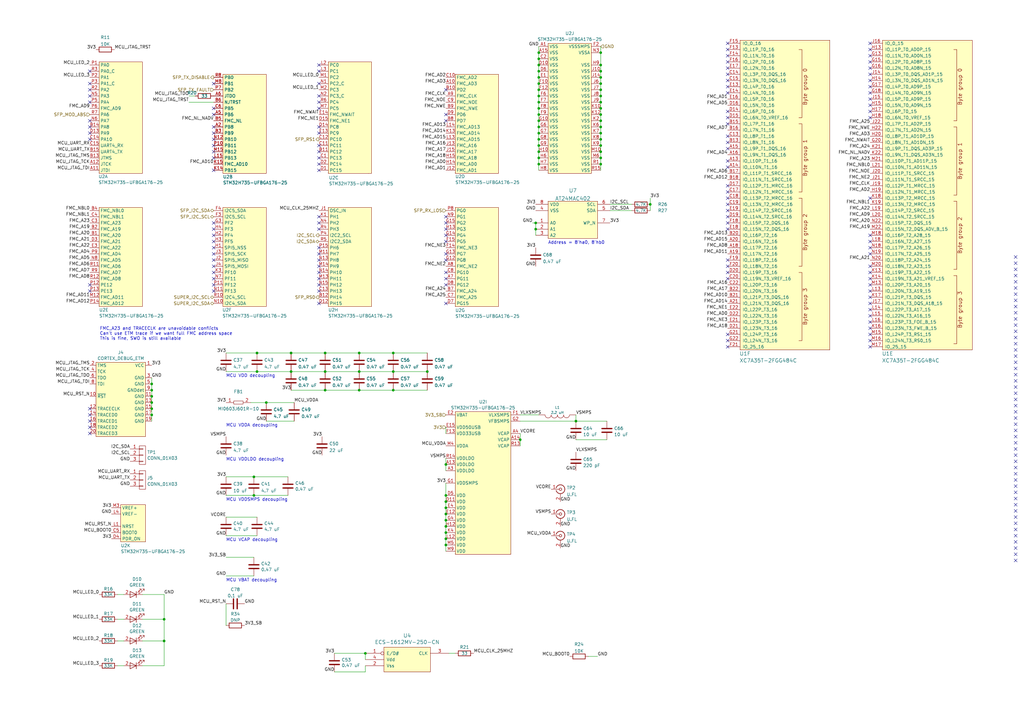
<source format=kicad_sch>
(kicad_sch (version 20231120) (generator "eeschema") (generator_version "8.0")
  (paper "A3")
  (title_block (title "Andrew D. Zonenberg") (date "2025-01-14") (rev "0.1") (company "Antikernel Labs"))
  (lib_symbols
    (symbol "conn:CONN_01X03" (pin_names (offset 1.016) hide)
      (property "Reference" "J" (at 0 5.08 0))
      (property "Value" "CONN_01X03" (at 2.54 0 90))
      (symbol "CONN_01X03_1_1"
        (pin passive line (at -5.08 2.54 0) (length 3.81) (name "P1") (number "1"))
        (pin passive line (at -5.08 0 0) (length 3.81) (name "P2") (number "2"))
        (pin passive line (at -5.08 -2.54 0) (length 3.81) (name "P3") (number "3"))
      )
    )
    (symbol "conn:CONN_COAXIAL" (pin_names (offset 1.016) hide)
      (property "Reference" "J" (at 0.254 3.048 0))
      (property "Value" "CONN_COAXIAL" (at 2.921 0 90))
      (symbol "CONN_COAXIAL_1_1"
        (pin passive line (at -3.81 0 0) (length 2.54) (name "In") (number "1"))
        (pin passive line (at 0 -5.08 90) (length 2.54) (name "Ext") (number "2"))
      )
    )
    (symbol "device:C" (pin_numbers hide) (pin_names (offset 0.254))
      (property "Reference" "C" (at 0.635 2.54 0))
      (property "Value" "C" (at 0.635 -2.54 0))
      (symbol "C_1_1"
        (pin passive line (at 0 3.81 270) (length 2.794) (name "~") (number "1"))
        (pin passive line (at 0 -3.81 90) (length 2.794) (name "~") (number "2"))
      )
    )
    (symbol "device:LED" (pin_names (offset 1.016) hide)
      (property "Reference" "D" (at 0 2.54 0))
      (property "Value" "LED" (at 0 -2.54 0))
      (symbol "LED_1_1"
        (pin passive line (at -3.81 0 0) (length 2.54) (name "K") (number "1"))
        (pin passive line (at 3.81 0 180) (length 2.54) (name "A") (number "2"))
      )
    )
    (symbol "device:R" (pin_numbers hide) (pin_names (offset 0))
      (property "Reference" "R" (at 2.032 0 90))
      (property "Value" "R" (at 0 0 90))
      (symbol "R_1_1"
        (pin passive line (at 0 3.81 270) (length 1.27) (name "~") (number "1"))
        (pin passive line (at 0 -3.81 90) (length 1.27) (name "~") (number "2"))
      )
    )
    (symbol "memory-azonenberg:24Cxx-DFN8" (pin_names (offset 0.762))
      (property "Reference" "U" (at 13.97 16.51 0))
      (property "Value" "24Cxx-DFN8" (at 17.78 -1.27 0))
      (symbol "24Cxx-DFN8_1_1"
        (pin input line (at -5.08 6.35 0) (length 5.08) (name "A0") (number "1"))
        (pin input line (at -5.08 3.81 0) (length 5.08) (name "A1") (number "2"))
        (pin input line (at -5.08 1.27 0) (length 5.08) (name "A2") (number "3"))
        (pin power_in line (at -5.08 11.43 0) (length 5.08) (name "VSS") (number "4"))
        (pin bidirectional line (at 25.4 11.43 180) (length 5.08) (name "SDA") (number "5"))
        (pin input line (at 25.4 13.97 180) (length 5.08) (name "SCL") (number "6"))
        (pin input line (at 25.4 6.35 180) (length 5.08) (name "WP_N") (number "7"))
        (pin power_in line (at -5.08 13.97 0) (length 5.08) (name "VDD") (number "8"))
      )
    )
    (symbol "osc-azonenberg:OSC" (pin_names (offset 1.016))
      (property "Reference" "U" (at 0 0 0))
      (property "Value" "OSC" (at 0 -2.54 0))
      (symbol "OSC_1_1"
        (pin input inverted (at -17.78 0 0) (length 7.62) (name "E/D#") (number "1"))
        (pin input line (at -17.78 -5.08 0) (length 7.62) (name "Vss") (number "2"))
        (pin output line (at 16.51 0 180) (length 7.62) (name "CLK") (number "3"))
        (pin power_in line (at -17.78 -2.54 0) (length 7.62) (name "Vdd") (number "4"))
      )
    )
    (symbol "passive-azonenberg:FERRITE_SMALL2" (pin_names (offset 1.016))
      (property "Reference" "FB" (at 0 2.54 0))
      (property "Value" "FERRITE_SMALL2" (at 0 -2.54 0))
      (symbol "FERRITE_SMALL2_1_1"
        (pin input line (at -5.08 0 0) (length 3.175) (name "~") (number "1"))
        (pin power_out line (at 5.08 0 180) (length 3.175) (name "~") (number "2"))
      )
    )
    (symbol "passive-azonenberg:INDUCTOR_PWROUT" (pin_numbers hide) (pin_names (offset 1.016) hide)
      (property "Reference" "L" (at -1.27 0 90))
      (property "Value" "INDUCTOR_PWROUT" (at 2.54 0 90))
      (symbol "INDUCTOR_PWROUT_1_1"
        (pin power_out line (at 0 7.62 270) (length 2.54) (name "1") (number "1"))
        (pin passive line (at 0 -7.62 90) (length 2.54) (name "2") (number "2"))
      )
    )
    (symbol "special-azonenberg:CORTEX_DEBUG_ETM"
      (property "Reference" "J" (at 0 -2.286 0))
      (property "Value" "CORTEX_DEBUG_ETM" (at -0.508 -4.826 0))
      (symbol "CORTEX_DEBUG_ETM_1_1"
        (pin power_in line (at 22.86 29.21 180) (length 2.54) (name "VCC") (number "1"))
        (pin output line (at -2.54 16.51 0) (length 2.54) (name "~{RST}") (number "10"))
        (pin power_in line (at 22.86 16.51 180) (length 2.54) (name "GND") (number "11"))
        (pin input line (at -2.54 11.43 0) (length 2.54) (name "TRACECLK") (number "12"))
        (pin power_in line (at 22.86 13.97 180) (length 2.54) (name "GND") (number "13"))
        (pin input line (at -2.54 8.89 0) (length 2.54) (name "TRACED0") (number "14"))
        (pin power_in line (at 22.86 11.43 180) (length 2.54) (name "GND") (number "15"))
        (pin input line (at -2.54 6.35 0) (length 2.54) (name "TRACED1") (number "16"))
        (pin power_in line (at 22.86 8.89 180) (length 2.54) (name "GND") (number "17"))
        (pin input line (at -2.54 3.81 0) (length 2.54) (name "TRACED2") (number "18"))
        (pin power_in line (at 22.86 6.35 180) (length 2.54) (name "GND") (number "19"))
        (pin output line (at -2.54 29.21 0) (length 2.54) (name "TMS") (number "2"))
        (pin input line (at -2.54 1.27 0) (length 2.54) (name "TRACED3") (number "20"))
        (pin power_in line (at 22.86 24.13 180) (length 2.54) (name "GND") (number "3"))
        (pin output line (at -2.54 26.67 0) (length 2.54) (name "TCK") (number "4"))
        (pin power_in line (at 22.86 21.59 180) (length 2.54) (name "GND") (number "5"))
        (pin input line (at -2.54 24.13 0) (length 2.54) (name "TDO") (number "6"))
        (pin output line (at -2.54 21.59 0) (length 2.54) (name "TDI") (number "8"))
        (pin power_in line (at 22.86 19.05 180) (length 2.54) (name "GNDdet") (number "9"))
      )
    )
    (symbol "st-azonenberg:STM32H735-UFBGA176-25"
      (property "Reference" "U" (at 0 -1.27 0))
      (property "Value" "STM32H735-UFBGA176-25" (at 0 -3.81 0))
      (symbol "STM32H735-UFBGA176-25_1_1"
        (pin bidirectional line (at -3.81 1.27 0) (length 3.81) (name "PA15") (number "A11") (alternate "JTDI" input line))
        (pin bidirectional line (at -3.81 3.81 0) (length 3.81) (name "PA14") (number "A12") (alternate "JTCK" input line))
        (pin bidirectional line (at -3.81 6.35 0) (length 3.81) (name "PA13") (number "B13") (alternate "JTMS" input line))
        (pin bidirectional line (at -3.81 19.05 0) (length 3.81) (name "PA8") (number "B14") (alternate "I2C5_SCL" bidirectional line))
        (pin bidirectional line (at -3.81 8.89 0) (length 3.81) (name "PA12") (number "B15") (alternate "UART4_TX" output line))
        (pin bidirectional line (at -3.81 13.97 0) (length 3.81) (name "PA10") (number "C14"))
        (pin bidirectional line (at -3.81 11.43 0) (length 3.81) (name "PA11") (number "C15") (alternate "UART4_RX" input line))
        (pin bidirectional line (at -3.81 16.51 0) (length 3.81) (name "PA9") (number "D13"))
        (pin bidirectional line (at -3.81 31.75 0) (length 3.81) (name "PA3") (number "N5"))
        (pin bidirectional line (at -3.81 21.59 0) (length 3.81) (name "PA7") (number "N6"))
        (pin bidirectional line (at -3.81 44.45 0) (length 3.81) (name "PA0") (number "P1") (alternate "FMC_A19" output line) (alternate "UART4_TX" output line))
        (pin bidirectional line (at -3.81 39.37 0) (length 3.81) (name "PA1") (number "P2") (alternate "UART4_RX" input line))
        (pin bidirectional line (at -3.81 36.83 0) (length 3.81) (name "PA1_C") (number "P3"))
        (pin bidirectional line (at -3.81 29.21 0) (length 3.81) (name "PA4") (number "P5") (alternate "FMC_AD8" bidirectional line))
        (pin bidirectional line (at -3.81 26.67 0) (length 3.81) (name "PA5") (number "P6") (alternate "FMC_AD9" bidirectional line))
        (pin bidirectional line (at -3.81 34.29 0) (length 3.81) (name "PA2") (number "R2"))
        (pin bidirectional line (at -3.81 41.91 0) (length 3.81) (name "PA0_C") (number "R3"))
        (pin bidirectional line (at -3.81 24.13 0) (length 3.81) (name "PA6") (number "R7"))
      )
      (symbol "STM32H735-UFBGA176-25_2_1"
        (pin bidirectional line (at -3.81 19.05 0) (length 3.81) (name "PB8") (number "A2") (alternate "I2C4_SCL" bidirectional line) (alternate "UART4_RX" input line))
        (pin bidirectional line (at -3.81 24.13 0) (length 3.81) (name "PB6") (number "A5") (alternate "I2C4_SCL" bidirectional line))
        (pin bidirectional line (at -3.81 31.75 0) (length 3.81) (name "PB3") (number "A6") (alternate "JTDO" output line))
        (pin bidirectional line (at -3.81 16.51 0) (length 3.81) (name "PB9") (number "B3") (alternate "I2C4_SDA" bidirectional line) (alternate "UART4_TX" output line))
        (pin bidirectional line (at -3.81 21.59 0) (length 3.81) (name "PB7") (number "B5") (alternate "FMC_NL" bidirectional line) (alternate "I2C4_SDA" bidirectional line))
        (pin bidirectional line (at -3.81 29.21 0) (length 3.81) (name "PB4") (number "B6") (alternate "NJTRST" bidirectional line))
        (pin bidirectional line (at -3.81 26.67 0) (length 3.81) (name "PB5") (number "C6"))
        (pin bidirectional line (at -3.81 1.27 0) (length 3.81) (name "PB15") (number "K14") (alternate "FMC_AD11" bidirectional line))
        (pin bidirectional line (at -3.81 3.81 0) (length 3.81) (name "PB14") (number "K15") (alternate "FMC_AD10" bidirectional line))
        (pin bidirectional line (at -3.81 6.35 0) (length 3.81) (name "PB13") (number "L15"))
        (pin bidirectional line (at -3.81 8.89 0) (length 3.81) (name "PB12") (number "M15"))
        (pin bidirectional line (at -3.81 36.83 0) (length 3.81) (name "PB1") (number "M8"))
        (pin bidirectional line (at -3.81 13.97 0) (length 3.81) (name "PB10") (number "N12") (alternate "I2C2_SCL" output line))
        (pin bidirectional line (at -3.81 11.43 0) (length 3.81) (name "PB11") (number "P10") (alternate "I2C2_SDA" bidirectional line))
        (pin bidirectional line (at -3.81 34.29 0) (length 3.81) (name "PB2") (number "P7"))
        (pin bidirectional line (at -3.81 39.37 0) (length 3.81) (name "PB0") (number "R8"))
      )
      (symbol "STM32H735-UFBGA176-25_3_1"
        (pin bidirectional line (at -3.81 8.89 0) (length 3.81) (name "PC12") (number "B11") (alternate "FMC_AD6" bidirectional line))
        (pin bidirectional line (at -3.81 6.35 0) (length 3.81) (name "PC13") (number "C1"))
        (pin bidirectional line (at -3.81 11.43 0) (length 3.81) (name "PC11") (number "C11") (alternate "I2C5_SCL" bidirectional line) (alternate "UART4_RX" input line))
        (pin bidirectional line (at -3.81 13.97 0) (length 3.81) (name "PC10") (number "C12") (alternate "I2C5_SDA" bidirectional line) (alternate "UART4_TX" output line))
        (pin bidirectional line (at -3.81 1.27 0) (length 3.81) (name "PC15") (number "D1"))
        (pin bidirectional line (at -3.81 19.05 0) (length 3.81) (name "PC8") (number "D14") (alternate "FMC_NE2" bidirectional line))
        (pin bidirectional line (at -3.81 21.59 0) (length 3.81) (name "PC7") (number "D15") (alternate "FMC_NE1" bidirectional line))
        (pin bidirectional line (at -3.81 3.81 0) (length 3.81) (name "PC14") (number "D2"))
        (pin bidirectional line (at -3.81 16.51 0) (length 3.81) (name "PC9") (number "E13") (alternate "I2C5_SDA" bidirectional line))
        (pin bidirectional line (at -3.81 24.13 0) (length 3.81) (name "PC6") (number "E14") (alternate "FMC_NWAIT" bidirectional line))
        (pin bidirectional line (at -3.81 44.45 0) (length 3.81) (name "PC0") (number "L2") (alternate "FMC_A25" output line) (alternate "FMC_AD12" bidirectional line))
        (pin bidirectional line (at -3.81 41.91 0) (length 3.81) (name "PC1") (number "L3"))
        (pin bidirectional line (at -3.81 39.37 0) (length 3.81) (name "PC2") (number "M1"))
        (pin bidirectional line (at -3.81 34.29 0) (length 3.81) (name "PC3") (number "M2"))
        (pin bidirectional line (at -3.81 26.67 0) (length 3.81) (name "PC5") (number "M7"))
        (pin bidirectional line (at -3.81 36.83 0) (length 3.81) (name "PC2_C") (number "N1"))
        (pin bidirectional line (at -3.81 31.75 0) (length 3.81) (name "PC3_C") (number "N2"))
        (pin bidirectional line (at -3.81 29.21 0) (length 3.81) (name "PC4") (number "R6") (alternate "FMC_A22" bidirectional line))
      )
      (symbol "STM32H735-UFBGA176-25_4_1"
        (pin bidirectional line (at -3.81 36.83 0) (length 3.81) (name "PD1") (number "A10") (alternate "FMC_AD3" bidirectional line) (alternate "UART4_TX" output line))
        (pin bidirectional line (at -3.81 31.75 0) (length 3.81) (name "PD3") (number "A9") (alternate "FMC_CLK" output line))
        (pin bidirectional line (at -3.81 34.29 0) (length 3.81) (name "PD2") (number "B10") (alternate "FMC_AD7" bidirectional line))
        (pin bidirectional line (at -3.81 21.59 0) (length 3.81) (name "PD7") (number "B8") (alternate "FMC_NE1" bidirectional line))
        (pin bidirectional line (at -3.81 26.67 0) (length 3.81) (name "PD5") (number "B9") (alternate "FMC_NWE" output line))
        (pin bidirectional line (at -3.81 39.37 0) (length 3.81) (name "PD0") (number "C10") (alternate "FMC_AD2" bidirectional line) (alternate "UART4_RX" input line))
        (pin bidirectional line (at -3.81 29.21 0) (length 3.81) (name "PD4") (number "C9") (alternate "FMC_NOE" output line))
        (pin bidirectional line (at -3.81 24.13 0) (length 3.81) (name "PD6") (number "D9") (alternate "FMC_NWAIT" bidirectional line))
        (pin bidirectional line (at -3.81 3.81 0) (length 3.81) (name "PD14") (number "H14") (alternate "FMC_AD0" bidirectional line))
        (pin bidirectional line (at -3.81 6.35 0) (length 3.81) (name "PD13") (number "H15") (alternate "FMC_A18" output line) (alternate "I2C4_SDA" bidirectional line))
        (pin bidirectional line (at -3.81 1.27 0) (length 3.81) (name "PD15") (number "J12") (alternate "FMC_AD1" bidirectional line))
        (pin bidirectional line (at -3.81 11.43 0) (length 3.81) (name "PD11") (number "J13") (alternate "FMC_A16" bidirectional line))
        (pin bidirectional line (at -3.81 8.89 0) (length 3.81) (name "PD12") (number "J15") (alternate "FMC_A17" bidirectional line) (alternate "I2C4_SCL" bidirectional line))
        (pin bidirectional line (at -3.81 16.51 0) (length 3.81) (name "PD9") (number "K13") (alternate "FMC_AD14" bidirectional line))
        (pin bidirectional line (at -3.81 13.97 0) (length 3.81) (name "PD10") (number "L13") (alternate "FMC_AD15" bidirectional line))
        (pin bidirectional line (at -3.81 19.05 0) (length 3.81) (name "PD8") (number "L14") (alternate "FMC_AD13" bidirectional line))
      )
      (symbol "STM32H735-UFBGA176-25_5_1"
        (pin bidirectional line (at -3.81 29.21 0) (length 3.81) (name "PE4") (number "B1") (alternate "FMC_A20" output line))
        (pin bidirectional line (at -3.81 31.75 0) (length 3.81) (name "PE3") (number "B2") (alternate "FMC_A19" output line))
        (pin bidirectional line (at -3.81 39.37 0) (length 3.81) (name "PE0") (number "B4") (alternate "FMC_NBL0" bidirectional line))
        (pin bidirectional line (at -3.81 34.29 0) (length 3.81) (name "PE2") (number "C3") (alternate "FMC_A23" output line))
        (pin bidirectional line (at -3.81 36.83 0) (length 3.81) (name "PE1") (number "C4") (alternate "FMC_NBL1" bidirectional line))
        (pin bidirectional line (at -3.81 26.67 0) (length 3.81) (name "PE5") (number "D3") (alternate "FMC_A21" output line))
        (pin bidirectional line (at -3.81 24.13 0) (length 3.81) (name "PE6") (number "E3") (alternate "FMC_A22" output line))
        (pin bidirectional line (at -3.81 3.81 0) (length 3.81) (name "PE14") (number "M12") (alternate "FMC_AD11" bidirectional line))
        (pin bidirectional line (at -3.81 19.05 0) (length 3.81) (name "PE8") (number "N8") (alternate "FMC_AD5" bidirectional line))
        (pin bidirectional line (at -3.81 8.89 0) (length 3.81) (name "PE12") (number "P12") (alternate "FMC_AD9" bidirectional line))
        (pin bidirectional line (at -3.81 6.35 0) (length 3.81) (name "PE13") (number "P13") (alternate "FMC_AD10" bidirectional line))
        (pin bidirectional line (at -3.81 1.27 0) (length 3.81) (name "PE15") (number "P14") (alternate "FMC_AD12" bidirectional line))
        (pin bidirectional line (at -3.81 21.59 0) (length 3.81) (name "PE7") (number "P9") (alternate "FMC_AD4" bidirectional line))
        (pin bidirectional line (at -3.81 16.51 0) (length 3.81) (name "PE9") (number "R11") (alternate "FMC_AD6" bidirectional line))
        (pin bidirectional line (at -3.81 11.43 0) (length 3.81) (name "PE11") (number "R12") (alternate "FMC_AD8" bidirectional line))
        (pin bidirectional line (at -3.81 13.97 0) (length 3.81) (name "PE10") (number "R9") (alternate "FMC_AD7" bidirectional line))
      )
      (symbol "STM32H735-UFBGA176-25_6_1"
        (pin bidirectional line (at -3.81 36.83 0) (length 3.81) (name "PF1") (number "F3") (alternate "I2C2_SCL" output line) (alternate "I2C5_SCL" output line))
        (pin bidirectional line (at -3.81 39.37 0) (length 3.81) (name "PF0") (number "F4") (alternate "I2C2_SDA" bidirectional line) (alternate "I2C5_SDA" bidirectional line))
        (pin bidirectional line (at -3.81 34.29 0) (length 3.81) (name "PF2") (number "G3"))
        (pin bidirectional line (at -3.81 24.13 0) (length 3.81) (name "PF6") (number "H1") (alternate "SPI5_NSS" input line))
        (pin bidirectional line (at -3.81 29.21 0) (length 3.81) (name "PF4") (number "H2"))
        (pin bidirectional line (at -3.81 26.67 0) (length 3.81) (name "PF5") (number "H3"))
        (pin bidirectional line (at -3.81 31.75 0) (length 3.81) (name "PF3") (number "H4"))
        (pin bidirectional line (at -3.81 19.05 0) (length 3.81) (name "PF8") (number "J2") (alternate "SPI5_MISO" bidirectional line))
        (pin bidirectional line (at -3.81 21.59 0) (length 3.81) (name "PF7") (number "J3") (alternate "SPI5_SCK" output line))
        (pin bidirectional line (at -3.81 16.51 0) (length 3.81) (name "PF9") (number "J4") (alternate "SPI5_MOSI" output line))
        (pin bidirectional line (at -3.81 13.97 0) (length 3.81) (name "PF10") (number "K3"))
        (pin bidirectional line (at -3.81 1.27 0) (length 3.81) (name "PF15") (number "N10") (alternate "I2C4_SDA" bidirectional line))
        (pin bidirectional line (at -3.81 6.35 0) (length 3.81) (name "PF13") (number "N11"))
        (pin bidirectional line (at -3.81 11.43 0) (length 3.81) (name "PF11") (number "N7") (alternate "SPI5_MOSI" output line))
        (pin bidirectional line (at -3.81 8.89 0) (length 3.81) (name "PF12") (number "P11"))
        (pin bidirectional line (at -3.81 3.81 0) (length 3.81) (name "PF14") (number "R10") (alternate "I2C4_SCL" output line))
      )
      (symbol "STM32H735-UFBGA176-25_7_1"
        (pin bidirectional line (at -3.81 11.43 0) (length 3.81) (name "PG11") (number "A7"))
        (pin bidirectional line (at -3.81 16.51 0) (length 3.81) (name "PG9") (number "A8") (alternate "FMC_NE2" bidirectional line))
        (pin bidirectional line (at -3.81 6.35 0) (length 3.81) (name "PG13") (number "B7") (alternate "FMC_A24" output line))
        (pin bidirectional line (at -3.81 3.81 0) (length 3.81) (name "PG14") (number "C7") (alternate "FMC_A25" output line))
        (pin bidirectional line (at -3.81 13.97 0) (length 3.81) (name "PG10") (number "C8") (alternate "FMC_NE3" bidirectional line))
        (pin bidirectional line (at -3.81 1.27 0) (length 3.81) (name "PG15") (number "D7"))
        (pin bidirectional line (at -3.81 8.89 0) (length 3.81) (name "PG12") (number "D8"))
        (pin bidirectional line (at -3.81 24.13 0) (length 3.81) (name "PG6") (number "F14") (alternate "FMC_NE3" bidirectional line))
        (pin bidirectional line (at -3.81 26.67 0) (length 3.81) (name "PG5") (number "F15"))
        (pin bidirectional line (at -3.81 19.05 0) (length 3.81) (name "PG8") (number "G12"))
        (pin bidirectional line (at -3.81 21.59 0) (length 3.81) (name "PG7") (number "G13"))
        (pin bidirectional line (at -3.81 29.21 0) (length 3.81) (name "PG4") (number "G14"))
        (pin bidirectional line (at -3.81 34.29 0) (length 3.81) (name "PG2") (number "G15"))
        (pin bidirectional line (at -3.81 31.75 0) (length 3.81) (name "PG3") (number "H13"))
        (pin bidirectional line (at -3.81 36.83 0) (length 3.81) (name "PG1") (number "N9"))
        (pin bidirectional line (at -3.81 39.37 0) (length 3.81) (name "PG0") (number "P8"))
      )
      (symbol "STM32H735-UFBGA176-25_8_1"
        (pin bidirectional line (at -3.81 3.81 0) (length 3.81) (name "PH14") (number "B12") (alternate "UART4_RX" input line))
        (pin bidirectional line (at -3.81 6.35 0) (length 3.81) (name "PH13") (number "C13") (alternate "UART4_TX" output line))
        (pin bidirectional line (at -3.81 1.27 0) (length 3.81) (name "PH15") (number "D12"))
        (pin bidirectional line (at -3.81 39.37 0) (length 3.81) (name "PH0") (number "J1") (alternate "OSC_IN" input line))
        (pin bidirectional line (at -3.81 36.83 0) (length 3.81) (name "PH1") (number "K1"))
        (pin bidirectional line (at -3.81 21.59 0) (length 3.81) (name "PH7") (number "M11") (alternate "SPI5_MISO" bidirectional line))
        (pin bidirectional line (at -3.81 11.43 0) (length 3.81) (name "PH11") (number "M13") (alternate "I2C4_SCL" bidirectional line))
        (pin bidirectional line (at -3.81 16.51 0) (length 3.81) (name "PH9") (number "M14"))
        (pin bidirectional line (at -3.81 19.05 0) (length 3.81) (name "PH8") (number "N13"))
        (pin bidirectional line (at -3.81 13.97 0) (length 3.81) (name "PH10") (number "N14"))
        (pin bidirectional line (at -3.81 8.89 0) (length 3.81) (name "PH12") (number "N15") (alternate "I2C4_SDA" bidirectional line))
        (pin bidirectional line (at -3.81 34.29 0) (length 3.81) (name "PH2") (number "N4"))
        (pin bidirectional line (at -3.81 24.13 0) (length 3.81) (name "PH6") (number "P15") (alternate "SPI5_SCK" bidirectional line))
        (pin bidirectional line (at -3.81 29.21 0) (length 3.81) (name "PH4") (number "P4") (alternate "I2C2_SCL" output line))
        (pin bidirectional line (at -3.81 31.75 0) (length 3.81) (name "PH3") (number "R4"))
        (pin bidirectional line (at -3.81 26.67 0) (length 3.81) (name "PH5") (number "R5") (alternate "I2C2_SDA" bidirectional line) (alternate "SPI5_NSS" bidirectional line))
      )
      (symbol "STM32H735-UFBGA176-25_9_1"
        (pin power_in line (at -3.81 36.83 0) (length 3.81) (name "VDDLDO") (number "A13"))
        (pin power_in line (at 26.67 46.99 180) (length 3.81) (name "VCAP") (number "A14"))
        (pin power_in line (at -3.81 34.29 0) (length 3.81) (name "VDDLDO") (number "A3"))
        (pin power_out line (at 26.67 49.53 180) (length 3.81) (name "VCAP") (number "A4"))
        (pin power_in line (at -3.81 21.59 0) (length 3.81) (name "VDD") (number "D11"))
        (pin power_in line (at -3.81 24.13 0) (length 3.81) (name "VDD") (number "D5"))
        (pin power_in line (at -3.81 16.51 0) (length 3.81) (name "VDD") (number "E12"))
        (pin power_in line (at -3.81 52.07 0) (length 3.81) (name "VDD50USB") (number "E15"))
        (pin power_in line (at -3.81 57.15 0) (length 3.81) (name "VBAT") (number "E2"))
        (pin power_in line (at -3.81 19.05 0) (length 3.81) (name "VDD") (number "E4"))
        (pin power_out line (at 26.67 57.15 180) (length 3.81) (name "VLXSMPS") (number "F1"))
        (pin power_in line (at -3.81 49.53 0) (length 3.81) (name "VDD33USB") (number "F13"))
        (pin power_in line (at -3.81 29.21 0) (length 3.81) (name "VDDSMPS") (number "G1"))
        (pin power_in line (at 26.67 54.61 180) (length 3.81) (name "VFBSMPS") (number "G2"))
        (pin power_in line (at -3.81 13.97 0) (length 3.81) (name "VDD") (number "G4"))
        (pin power_in line (at -3.81 11.43 0) (length 3.81) (name "VDD") (number "H12"))
        (pin power_in line (at -3.81 8.89 0) (length 3.81) (name "VDD") (number "K4"))
        (pin power_in line (at -3.81 6.35 0) (length 3.81) (name "VDD") (number "L12"))
        (pin power_in line (at -3.81 44.45 0) (length 3.81) (name "VDDA") (number "M4"))
        (pin power_in line (at -3.81 3.81 0) (length 3.81) (name "VDD") (number "M5"))
        (pin power_in line (at -3.81 1.27 0) (length 3.81) (name "VDD") (number "M9"))
        (pin power_in line (at 26.67 44.45 180) (length 3.81) (name "VCAP") (number "R13"))
        (pin power_in line (at -3.81 39.37 0) (length 3.81) (name "VDDLDO") (number "R14"))
      )
      (symbol "STM32H735-UFBGA176-25_10_1"
        (pin power_in line (at -3.81 52.07 0) (length 3.81) (name "VSS") (number "A1"))
        (pin power_in line (at -3.81 49.53 0) (length 3.81) (name "VSS") (number "A15"))
        (pin power_in line (at -3.81 46.99 0) (length 3.81) (name "VSS") (number "C2"))
        (pin power_in line (at -3.81 44.45 0) (length 3.81) (name "VSS") (number "D10"))
        (pin power_in line (at -3.81 41.91 0) (length 3.81) (name "VSS") (number "D6"))
        (pin power_in line (at -3.81 39.37 0) (length 3.81) (name "VSS") (number "E1"))
        (pin power_in line (at -3.81 36.83 0) (length 3.81) (name "VSS") (number "F10"))
        (pin power_in line (at -3.81 34.29 0) (length 3.81) (name "VSS") (number "F12"))
        (pin power_in line (at 21.59 52.07 180) (length 3.81) (name "VSSSMPS") (number "F2"))
        (pin power_in line (at -3.81 31.75 0) (length 3.81) (name "VSS") (number "F6"))
        (pin power_in line (at -3.81 29.21 0) (length 3.81) (name "VSS") (number "F7"))
        (pin power_in line (at -3.81 26.67 0) (length 3.81) (name "VSS") (number "F8"))
        (pin power_in line (at -3.81 24.13 0) (length 3.81) (name "VSS") (number "F9"))
        (pin power_in line (at -3.81 21.59 0) (length 3.81) (name "VSS") (number "G10"))
        (pin power_in line (at -3.81 19.05 0) (length 3.81) (name "VSS") (number "G6"))
        (pin power_in line (at -3.81 16.51 0) (length 3.81) (name "VSS") (number "G7"))
        (pin power_in line (at -3.81 13.97 0) (length 3.81) (name "VSS") (number "G8"))
        (pin power_in line (at -3.81 11.43 0) (length 3.81) (name "VSS") (number "G9"))
        (pin power_in line (at -3.81 8.89 0) (length 3.81) (name "VSS") (number "H10"))
        (pin power_in line (at -3.81 6.35 0) (length 3.81) (name "VSS") (number "H6"))
        (pin power_in line (at -3.81 3.81 0) (length 3.81) (name "VSS") (number "H7"))
        (pin power_in line (at -3.81 1.27 0) (length 3.81) (name "VSS") (number "H8"))
        (pin power_in line (at 21.59 44.45 180) (length 3.81) (name "VSS") (number "H9"))
        (pin power_in line (at 21.59 41.91 180) (length 3.81) (name "VSS") (number "J10"))
        (pin power_in line (at 21.59 39.37 180) (length 3.81) (name "VSS") (number "J14"))
        (pin power_in line (at 21.59 36.83 180) (length 3.81) (name "VSS") (number "J6"))
        (pin power_in line (at 21.59 34.29 180) (length 3.81) (name "VSS") (number "J7"))
        (pin power_in line (at 21.59 31.75 180) (length 3.81) (name "VSS") (number "J8"))
        (pin power_in line (at 21.59 29.21 180) (length 3.81) (name "VSS") (number "J9"))
        (pin power_in line (at 21.59 26.67 180) (length 3.81) (name "VSS") (number "K10"))
        (pin power_in line (at 21.59 24.13 180) (length 3.81) (name "VSS") (number "K12"))
        (pin power_in line (at 21.59 21.59 180) (length 3.81) (name "VSS") (number "K2"))
        (pin power_in line (at 21.59 19.05 180) (length 3.81) (name "VSS") (number "K6"))
        (pin power_in line (at 21.59 16.51 180) (length 3.81) (name "VSS") (number "K7"))
        (pin power_in line (at 21.59 13.97 180) (length 3.81) (name "VSS") (number "K8"))
        (pin power_in line (at 21.59 11.43 180) (length 3.81) (name "VSS") (number "K9"))
        (pin power_in line (at 21.59 8.89 180) (length 3.81) (name "VSS") (number "M10"))
        (pin power_in line (at 21.59 6.35 180) (length 3.81) (name "VSS") (number "M6"))
        (pin power_in line (at 21.59 49.53 180) (length 3.81) (name "VSSA") (number "N3"))
        (pin power_in line (at 21.59 3.81 180) (length 3.81) (name "VSS") (number "R1"))
        (pin power_in line (at 21.59 1.27 180) (length 3.81) (name "VSS") (number "R15"))
      )
      (symbol "STM32H735-UFBGA176-25_11_1"
        (pin input line (at -3.81 3.81 0) (length 3.81) (name "BOOT0") (number "C5"))
        (pin input line (at -3.81 1.27 0) (length 3.81) (name "PDR_ON") (number "D4"))
        (pin input line (at -3.81 6.35 0) (length 3.81) (name "NRST") (number "L1"))
        (pin input line (at -3.81 11.43 0) (length 3.81) (name "VREF-") (number "L4"))
        (pin input line (at -3.81 13.97 0) (length 3.81) (name "VREF+") (number "M3"))
      )
    )
    (symbol "xilinx-azonenberg:XC7AxxxT-xFBG484" (pin_names (offset 1.016))
      (property "Reference" "U" (at 0 -2.54 0))
      (property "Value" "XC7AxxxT-xFBG484" (at 27.94 -2.54 0))
      (symbol "XC7AxxxT-xFBG484_1_1"
        (pin output line (at -5.08 17.78 0) (length 5.08) (name "DONE") (number "G11"))
        (pin power_in line (at -5.08 58.42 0) (length 5.08) (name "XADC_VP") (number "L10"))
        (pin bidirectional line (at -5.08 22.86 0) (length 5.08) (name "CCLK") (number "L12"))
        (pin power_in line (at -5.08 48.26 0) (length 5.08) (name "XADC_VREF_N") (number "L9"))
        (pin power_in line (at -5.08 50.8 0) (length 5.08) (name "XADC_VREF_P") (number "M10"))
        (pin power_in line (at -5.08 55.88 0) (length 5.08) (name "XADC_VN") (number "M9"))
        (pin passive line (at -5.08 40.64 0) (length 5.08) (name "THERMAL_D_P") (number "N10"))
        (pin input line (at -5.08 12.7 0) (length 5.08) (name "PROG_B") (number "N12"))
        (pin passive line (at -5.08 43.18 0) (length 5.08) (name "THERMAL_D_N") (number "N9"))
        (pin input line (at -5.08 30.48 0) (length 5.08) (name "TDI") (number "R13"))
        (pin input line (at -5.08 27.94 0) (length 5.08) (name "TMS") (number "T13"))
        (pin input line (at -5.08 2.54 0) (length 5.08) (name "M1") (number "U10"))
        (pin input line (at -5.08 5.08 0) (length 5.08) (name "M0") (number "U11"))
        (pin bidirectional line (at -5.08 15.24 0) (length 5.08) (name "INIT_B") (number "U12"))
        (pin output line (at -5.08 33.02 0) (length 5.08) (name "TDO") (number "U13"))
        (pin input line (at -5.08 7.62 0) (length 5.08) (name "CFGBVS") (number "U8"))
        (pin input line (at -5.08 0 0) (length 5.08) (name "M2") (number "U9"))
        (pin input line (at -5.08 35.56 0) (length 5.08) (name "TCK") (number "V12"))
      )
      (symbol "XC7AxxxT-xFBG484_2_0"
        (text "1.0V" (at 15.24 93.98 900) (effects (font (size 1.524 1.524))))
        (text "1.2V" (at 15.24 54.61 900) (effects (font (size 1.524 1.524))))
        (text "1.5V" (at 15.24 13.97 0) (effects (font (size 1.524 1.524))))
        (text "1.8V" (at 15.24 35.56 900) (effects (font (size 1.524 1.524))))
      )
      (symbol "XC7AxxxT-xFBG484_2_1"
        (pin power_in line (at 41.91 52.07 180) (length 5.08) (name "VCCO_16") (number "A17"))
        (pin power_in line (at 41.91 105.41 180) (length 5.08) (name "VCCO_13") (number "AA17"))
        (pin power_in line (at 41.91 34.29 180) (length 5.08) (name "VCCO_34") (number "AA7"))
        (pin power_in line (at 41.91 107.95 180) (length 5.08) (name "VCCO_13") (number "AB14"))
        (pin power_in line (at 41.91 36.83 180) (length 5.08) (name "VCCO_34") (number "AB4"))
        (pin power_in line (at -5.08 58.42 0) (length 5.08) (name "MGTAVTT") (number "B11"))
        (pin power_in line (at 41.91 54.61 180) (length 5.08) (name "VCCO_16") (number "B14"))
        (pin power_in line (at -5.08 48.26 0) (length 5.08) (name "MGTAVTT") (number "B5"))
        (pin power_in line (at -5.08 50.8 0) (length 5.08) (name "MGTAVTT") (number "B7"))
        (pin power_in line (at -5.08 55.88 0) (length 5.08) (name "MGTAVTT") (number "B9"))
        (pin power_in line (at 41.91 16.51 180) (length 5.08) (name "VCCO_35") (number "C1"))
        (pin power_in line (at 41.91 57.15 180) (length 5.08) (name "VCCO_16") (number "C21"))
        (pin power_in line (at -5.08 60.96 0) (length 5.08) (name "MGTAVTT") (number "C4"))
        (pin power_in line (at -5.08 53.34 0) (length 5.08) (name "MGTAVTT") (number "C8"))
        (pin power_in line (at -5.08 68.58 0) (length 5.08) (name "MGTAVCC") (number "D10"))
        (pin power_in line (at 41.91 59.69 180) (length 5.08) (name "VCCO_16") (number "D18"))
        (pin power_in line (at -5.08 66.04 0) (length 5.08) (name "MGTAVCC") (number "D6"))
        (pin power_in line (at -5.08 13.97 0) (length 5.08) (name "VCCBATT") (number "E12"))
        (pin power_in line (at 41.91 62.23 180) (length 5.08) (name "VCCO_16") (number "E15"))
        (pin power_in line (at -5.08 73.66 0) (length 5.08) (name "MGTAVCC") (number "E8"))
        (pin power_in line (at 41.91 120.65 180) (length 5.08) (name "VCCO_0") (number "F12"))
        (pin power_in line (at 41.91 19.05 180) (length 5.08) (name "VCCO_35") (number "F2"))
        (pin power_in line (at 41.91 64.77 180) (length 5.08) (name "VCCO_16") (number "F22"))
        (pin power_in line (at -5.08 76.2 0) (length 5.08) (name "MGTAVCC") (number "F7"))
        (pin power_in line (at -5.08 71.12 0) (length 5.08) (name "MGTAVCC") (number "F9"))
        (pin power_in line (at 41.91 69.85 180) (length 5.08) (name "VCCO_15") (number "G19"))
        (pin power_in line (at -5.08 91.44 0) (length 5.08) (name "VCCINT") (number "H10"))
        (pin power_in line (at -5.08 33.02 0) (length 5.08) (name "VCCAUX") (number "H12"))
        (pin power_in line (at 41.91 72.39 180) (length 5.08) (name "VCCO_15") (number "H16"))
        (pin power_in line (at 41.91 21.59 180) (length 5.08) (name "VCCO_35") (number "H6"))
        (pin power_in line (at -5.08 93.98 0) (length 5.08) (name "VCCINT") (number "H8"))
        (pin power_in line (at -5.08 81.28 0) (length 5.08) (name "VCCBRAM") (number "J11"))
        (pin power_in line (at 41.91 74.93 180) (length 5.08) (name "VCCO_15") (number "J13"))
        (pin power_in line (at 41.91 24.13 180) (length 5.08) (name "VCCO_35") (number "J3"))
        (pin power_in line (at -5.08 96.52 0) (length 5.08) (name "VCCINT") (number "J7"))
        (pin power_in line (at -5.08 99.06 0) (length 5.08) (name "VCCINT") (number "J9"))
        (pin power_in line (at -5.08 29.21 0) (length 5.08) (name "VCCADC") (number "K10"))
        (pin power_in line (at -5.08 35.56 0) (length 5.08) (name "VCCAUX") (number "K12"))
        (pin power_in line (at 41.91 77.47 180) (length 5.08) (name "VCCO_15") (number "K20"))
        (pin power_in line (at -5.08 104.14 0) (length 5.08) (name "VCCINT") (number "K8"))
        (pin power_in line (at -5.08 83.82 0) (length 5.08) (name "VCCBRAM") (number "L11"))
        (pin power_in line (at 41.91 80.01 180) (length 5.08) (name "VCCO_15") (number "L17"))
        (pin power_in line (at -5.08 101.6 0) (length 5.08) (name "VCCINT") (number "L7"))
        (pin power_in line (at -5.08 38.1 0) (length 5.08) (name "VCCAUX") (number "M12"))
        (pin power_in line (at 41.91 87.63 180) (length 5.08) (name "VCCO_14") (number "M14"))
        (pin power_in line (at 41.91 26.67 180) (length 5.08) (name "VCCO_35") (number "M4"))
        (pin power_in line (at -5.08 106.68 0) (length 5.08) (name "VCCINT") (number "M8"))
        (pin power_in line (at 41.91 29.21 180) (length 5.08) (name "VCCO_35") (number "N1"))
        (pin power_in line (at -5.08 86.36 0) (length 5.08) (name "VCCBRAM") (number "N11"))
        (pin power_in line (at 41.91 82.55 180) (length 5.08) (name "VCCO_15") (number "N21"))
        (pin power_in line (at -5.08 109.22 0) (length 5.08) (name "VCCINT") (number "N7"))
        (pin power_in line (at -5.08 114.3 0) (length 5.08) (name "VCCINT") (number "P10"))
        (pin power_in line (at -5.08 40.64 0) (length 5.08) (name "VCCAUX") (number "P12"))
        (pin power_in line (at 41.91 90.17 180) (length 5.08) (name "VCCO_14") (number "P18"))
        (pin power_in line (at -5.08 111.76 0) (length 5.08) (name "VCCINT") (number "P8"))
        (pin power_in line (at -5.08 43.18 0) (length 5.08) (name "VCCAUX") (number "R11"))
        (pin power_in line (at 41.91 92.71 180) (length 5.08) (name "VCCO_14") (number "R15"))
        (pin power_in line (at 41.91 39.37 180) (length 5.08) (name "VCCO_34") (number "R5"))
        (pin power_in line (at -5.08 116.84 0) (length 5.08) (name "VCCINT") (number "R7"))
        (pin power_in line (at -5.08 119.38 0) (length 5.08) (name "VCCINT") (number "R9"))
        (pin power_in line (at -5.08 121.92 0) (length 5.08) (name "VCCINT") (number "T10"))
        (pin power_in line (at 41.91 123.19 180) (length 5.08) (name "VCCO_0") (number "T12"))
        (pin power_in line (at 41.91 41.91 180) (length 5.08) (name "VCCO_34") (number "T2"))
        (pin power_in line (at 41.91 95.25 180) (length 5.08) (name "VCCO_14") (number "T22"))
        (pin power_in line (at -5.08 124.46 0) (length 5.08) (name "VCCINT") (number "T8"))
        (pin power_in line (at 41.91 97.79 180) (length 5.08) (name "VCCO_14") (number "U19"))
        (pin power_in line (at 41.91 110.49 180) (length 5.08) (name "VCCO_13") (number "V16"))
        (pin power_in line (at 41.91 44.45 180) (length 5.08) (name "VCCO_34") (number "V6"))
        (pin power_in line (at 41.91 113.03 180) (length 5.08) (name "VCCO_13") (number "W13"))
        (pin power_in line (at 41.91 46.99 180) (length 5.08) (name "VCCO_34") (number "W3"))
        (pin power_in line (at 41.91 115.57 180) (length 5.08) (name "VCCO_13") (number "Y10"))
        (pin power_in line (at 41.91 100.33 180) (length 5.08) (name "VCCO_14") (number "Y20"))
      )
      (symbol "XC7AxxxT-xFBG484_3_0"
        (text "Byte group 0" (at 25.4 107.95 900) (effects (font (size 1.524 1.524))))
        (text "Byte group 1" (at 25.4 77.47 900) (effects (font (size 1.524 1.524))))
        (text "Byte group 2" (at 25.4 46.99 900) (effects (font (size 1.524 1.524))))
      )
      (symbol "XC7AxxxT-xFBG484_3_1"
        (pin bidirectional line (at -5.08 81.28 0) (length 5.08) (name "IO_L9P_T1_DQS_13") (number "AA10"))
        (pin bidirectional line (at -5.08 78.74 0) (length 5.08) (name "IO_L9N_T1_DQS_13") (number "AA11"))
        (pin bidirectional line (at -5.08 111.76 0) (length 5.08) (name "IO_L3P_T0_DQS_13") (number "AA13"))
        (pin bidirectional line (at -5.08 99.06 0) (length 5.08) (name "IO_L5N_T0_13") (number "AA14"))
        (pin bidirectional line (at -5.08 106.68 0) (length 5.08) (name "IO_L4P_T0_13") (number "AA15"))
        (pin bidirectional line (at -5.08 119.38 0) (length 5.08) (name "IO_L1N_T0_13") (number "AA16"))
        (pin bidirectional line (at -5.08 86.36 0) (length 5.08) (name "IO_L8P_T1_13") (number "AA9"))
        (pin bidirectional line (at -5.08 83.82 0) (length 5.08) (name "IO_L8N_T1_13") (number "AB10"))
        (pin bidirectional line (at -5.08 91.44 0) (length 5.08) (name "IO_L7P_T1_13") (number "AB11"))
        (pin bidirectional line (at -5.08 88.9 0) (length 5.08) (name "IO_L7N_T1_13") (number "AB12"))
        (pin bidirectional line (at -5.08 109.22 0) (length 5.08) (name "IO_L3N_T0_DQS_13") (number "AB13"))
        (pin bidirectional line (at -5.08 104.14 0) (length 5.08) (name "IO_L4N_T0_13") (number "AB15"))
        (pin bidirectional line (at -5.08 116.84 0) (length 5.08) (name "IO_L2P_T0_13") (number "AB16"))
        (pin bidirectional line (at -5.08 114.3 0) (length 5.08) (name "IO_L2N_T0_13") (number "AB17"))
        (pin bidirectional line (at -5.08 50.8 0) (length 5.08) (name "IO_L15P_T2_DQS_13") (number "T14"))
        (pin bidirectional line (at -5.08 48.26 0) (length 5.08) (name "IO_L15N_T2_DQS_13") (number "T15"))
        (pin bidirectional line (at -5.08 40.64 0) (length 5.08) (name "IO_L17P_T2_13") (number "T16"))
        (pin bidirectional line (at -5.08 55.88 0) (length 5.08) (name "IO_L14P_T2_SRCC_13") (number "U15"))
        (pin bidirectional line (at -5.08 38.1 0) (length 5.08) (name "IO_L17N_T2_13") (number "U16"))
        (pin bidirectional line (at -5.08 76.2 0) (length 5.08) (name "IO_L10_PT1_13") (number "V10"))
        (pin bidirectional line (at -5.08 60.96 0) (length 5.08) (name "IO_L13P_T2_MRCC_13") (number "V13"))
        (pin bidirectional line (at -5.08 58.42 0) (length 5.08) (name "IO_L13N_T2_MRCC_13") (number "V14"))
        (pin bidirectional line (at -5.08 53.34 0) (length 5.08) (name "IO_L14N_T2_SRCC_13") (number "V15"))
        (pin bidirectional line (at -5.08 73.66 0) (length 5.08) (name "IO_L10N_T1_13") (number "W10"))
        (pin bidirectional line (at -5.08 66.04 0) (length 5.08) (name "IO_L12P_T1_MRCC_13") (number "W11"))
        (pin bidirectional line (at -5.08 63.5 0) (length 5.08) (name "IO_12N_T1_MRCC_13") (number "W12"))
        (pin bidirectional line (at -5.08 96.52 0) (length 5.08) (name "IO_L6P_T0_13") (number "W14"))
        (pin bidirectional line (at -5.08 45.72 0) (length 5.08) (name "IO_L16P_T2_13") (number "W15"))
        (pin bidirectional line (at -5.08 43.18 0) (length 5.08) (name "IO_L16N_T2_13") (number "W16"))
        (pin bidirectional line (at -5.08 71.12 0) (length 5.08) (name "IO_L11P_T1_SRCC_13") (number "Y11"))
        (pin bidirectional line (at -5.08 68.58 0) (length 5.08) (name "IO_L11N_T1_SRCC_13") (number "Y12"))
        (pin bidirectional line (at -5.08 101.6 0) (length 5.08) (name "IO_L5P_T0_13") (number "Y13"))
        (pin bidirectional line (at -5.08 93.98 0) (length 5.08) (name "IO_L6N_T0_VREF_13") (number "Y14"))
        (pin bidirectional line (at -5.08 121.92 0) (length 5.08) (name "IO_L1P_T0_13") (number "Y16"))
        (pin bidirectional line (at -5.08 124.46 0) (length 5.08) (name "IO_0_13") (number "Y17"))
      )
      (symbol "XC7AxxxT-xFBG484_4_0"
        (text "Byte group 0" (at 34.29 106.68 900) (effects (font (size 1.524 1.524))))
        (text "Byte group 1" (at 34.29 77.47 900) (effects (font (size 1.524 1.524))))
        (text "Byte group 2" (at 34.29 46.99 900) (effects (font (size 1.524 1.524))))
        (text "Byte group 3" (at 34.29 16.51 900) (effects (font (size 1.524 1.524))))
      )
      (symbol "XC7AxxxT-xFBG484_4_1"
        (pin bidirectional line (at -5.08 40.64 0) (length 5.08) (name "IO_L17P_T2_A14_D30_14") (number "AA18"))
        (pin bidirectional line (at -5.08 50.8 0) (length 5.08) (name "IO_L15P_T2_DQS_RDWR_B_14") (number "AA19"))
        (pin bidirectional line (at -5.08 86.36 0) (length 5.08) (name "IO_L8P_T1_D11_14") (number "AA20"))
        (pin bidirectional line (at -5.08 83.82 0) (length 5.08) (name "IO_L8N_T1_D12_14") (number "AA21"))
        (pin bidirectional line (at -5.08 38.1 0) (length 5.08) (name "IO_L17N_T2_A13_D29_14") (number "AB18"))
        (pin bidirectional line (at -5.08 48.26 0) (length 5.08) (name "IO_L15N_T2_DQS_DOUT_CSO_B_14") (number "AB20"))
        (pin bidirectional line (at -5.08 76.2 0) (length 5.08) (name "IO_L10P_T1_D14_14") (number "AB21"))
        (pin bidirectional line (at -5.08 73.66 0) (length 5.08) (name "IO_L10N_T1_D15_14") (number "AB22"))
        (pin bidirectional line (at -5.08 10.16 0) (length 5.08) (name "IO_L23P_T3_A03_D19_14") (number "N13"))
        (pin bidirectional line (at -5.08 7.62 0) (length 5.08) (name "IO_L23N_T3_A02_D18_14") (number "N14"))
        (pin bidirectional line (at -5.08 0 0) (length 5.08) (name "IO_25_14") (number "N15"))
        (pin bidirectional line (at -5.08 20.32 0) (length 5.08) (name "IO_L21P_T3_DQS_14") (number "N17"))
        (pin bidirectional line (at -5.08 30.48 0) (length 5.08) (name "IO_L19P_T3_A10_D26_14") (number "P14"))
        (pin bidirectional line (at -5.08 15.24 0) (length 5.08) (name "IO_L22P_T3_A05_D21_14") (number "P15"))
        (pin bidirectional line (at -5.08 5.08 0) (length 5.08) (name "IO_L24P_T3_A01_D17_14") (number "P16"))
        (pin bidirectional line (at -5.08 17.78 0) (length 5.08) (name "IO_L21N_T3_DQS_A06_D22_14") (number "P17"))
        (pin bidirectional line (at -5.08 101.6 0) (length 5.08) (name "IO_L5P_T0_D06_14") (number "P19"))
        (pin bidirectional line (at -5.08 124.46 0) (length 5.08) (name "IO_0_14") (number "P20"))
        (pin bidirectional line (at -5.08 116.84 0) (length 5.08) (name "IO_L2P_T0_D02_14") (number "P21"))
        (pin bidirectional line (at -5.08 121.92 0) (length 5.08) (name "IO_L1P_T0_D00_MOSI_14") (number "P22"))
        (pin bidirectional line (at -5.08 27.94 0) (length 5.08) (name "IO_L19N_T3_A09_D25_VREF_14") (number "R14"))
        (pin bidirectional line (at -5.08 12.7 0) (length 5.08) (name "IO_L22N_T3_A04_D20_14") (number "R16"))
        (pin bidirectional line (at -5.08 2.54 0) (length 5.08) (name "IO_L24N_T3_A00_D16_14") (number "R17"))
        (pin bidirectional line (at -5.08 25.4 0) (length 5.08) (name "IO_L20P_T3_A08_D24_14") (number "R18"))
        (pin bidirectional line (at -5.08 99.06 0) (length 5.08) (name "IO_L5N_T0_D07_14") (number "R19"))
        (pin bidirectional line (at -5.08 114.3 0) (length 5.08) (name "IO_L2N_T0_D03_14") (number "R21"))
        (pin bidirectional line (at -5.08 119.38 0) (length 5.08) (name "IO_L1N_T0_D01_DIN_14") (number "R22"))
        (pin bidirectional line (at -5.08 22.86 0) (length 5.08) (name "IO_L20N_T3_A07_D23_14") (number "T18"))
        (pin bidirectional line (at -5.08 96.52 0) (length 5.08) (name "IO_L6P_T0_FCS_B_14") (number "T19"))
        (pin bidirectional line (at -5.08 93.98 0) (length 5.08) (name "IO_L6N_T0_D08_VREF_14") (number "T20"))
        (pin bidirectional line (at -5.08 106.68 0) (length 5.08) (name "IO_L4P_T0_D04_14") (number "T21"))
        (pin bidirectional line (at -5.08 35.56 0) (length 5.08) (name "IO_L18P_T2_A12_D28_14") (number "U17"))
        (pin bidirectional line (at -5.08 33.02 0) (length 5.08) (name "IO_L18N_T2_A11_D27_14") (number "U18"))
        (pin bidirectional line (at -5.08 71.12 0) (length 5.08) (name "IO_L11P_T1_SRCC_14") (number "U20"))
        (pin bidirectional line (at -5.08 104.14 0) (length 5.08) (name "IO_L4N_T0_D05_14") (number "U21"))
        (pin bidirectional line (at -5.08 111.76 0) (length 5.08) (name "IO_L3P_T0_DQS_PUDC_B_14") (number "U22"))
        (pin bidirectional line (at -5.08 45.72 0) (length 5.08) (name "IO_L16P_T2_CSI_B_14") (number "V17"))
        (pin bidirectional line (at -5.08 55.88 0) (length 5.08) (name "IO_L14P_T2_SRCC_14") (number "V18"))
        (pin bidirectional line (at -5.08 53.34 0) (length 5.08) (name "IO_L14N_T2_SRCC_14") (number "V19"))
        (pin bidirectional line (at -5.08 68.58 0) (length 5.08) (name "IO_L11N_T1_SRCC_14") (number "V20"))
        (pin bidirectional line (at -5.08 109.22 0) (length 5.08) (name "IO_L3N_T0_DQS_EMCCLK_14") (number "V22"))
        (pin bidirectional line (at -5.08 43.18 0) (length 5.08) (name "IO_L16N_T2_A15_D31_14") (number "W17"))
        (pin bidirectional line (at -5.08 66.04 0) (length 5.08) (name "IO_L12P_T1_MRCC_14") (number "W19"))
        (pin bidirectional line (at -5.08 63.5 0) (length 5.08) (name "IO_L12N_T1_MRCC_14") (number "W20"))
        (pin bidirectional line (at -5.08 91.44 0) (length 5.08) (name "IO_L7P_T1_D09_14") (number "W21"))
        (pin bidirectional line (at -5.08 88.9 0) (length 5.08) (name "IO_L7N_T1_D10_14") (number "W22"))
        (pin bidirectional line (at -5.08 60.96 0) (length 5.08) (name "IO_L13P_T2_MRCC_14") (number "Y18"))
        (pin bidirectional line (at -5.08 58.42 0) (length 5.08) (name "IO_L13N_T2_MRCC_14") (number "Y19"))
        (pin bidirectional line (at -5.08 81.28 0) (length 5.08) (name "IO_L9P_T1_DQS_14") (number "Y21"))
        (pin bidirectional line (at -5.08 78.74 0) (length 5.08) (name "IO_L9N_T1_DQS_D13_14") (number "Y22"))
      )
      (symbol "XC7AxxxT-xFBG484_5_0"
        (text "Byte group 0" (at 31.75 106.68 900) (effects (font (size 1.524 1.524))))
        (text "Byte group 1" (at 31.75 76.2 900) (effects (font (size 1.524 1.524))))
        (text "Byte group 2" (at 31.75 45.72 900) (effects (font (size 1.524 1.524))))
        (text "Byte group 3" (at 31.75 15.24 900) (effects (font (size 1.524 1.524))))
      )
      (symbol "XC7AxxxT-xFBG484_5_1"
        (pin bidirectional line (at -5.08 119.38 0) (length 5.08) (name "IO_L1N_T0_AD0N_15") (number "G13"))
        (pin bidirectional line (at -5.08 116.84 0) (length 5.08) (name "IO_L2P_T0_AD8P_15") (number "G15"))
        (pin bidirectional line (at -5.08 114.3 0) (length 5.08) (name "IO_L2N_T0_AD8N_15") (number "G16"))
        (pin bidirectional line (at -5.08 106.68 0) (length 5.08) (name "IO_L4P_T0_AD9P_15") (number "G17"))
        (pin bidirectional line (at -5.08 104.14 0) (length 5.08) (name "IO_L4N_T0_AD9N_15") (number "G18"))
        (pin bidirectional line (at -5.08 83.82 0) (length 5.08) (name "IO_L8N_T1_AD10N_15") (number "G20"))
        (pin bidirectional line (at -5.08 121.92 0) (length 5.08) (name "IO_L1P_T0_AD0P_15") (number "H13"))
        (pin bidirectional line (at -5.08 109.22 0) (length 5.08) (name "IO_L3N_T0_DQS_AD1N_15") (number "H14"))
        (pin bidirectional line (at -5.08 99.06 0) (length 5.08) (name "IO_L5N_T0_AD9N_15") (number "H15"))
        (pin bidirectional line (at -5.08 96.52 0) (length 5.08) (name "IO_L6P_T0_15") (number "H17"))
        (pin bidirectional line (at -5.08 93.98 0) (length 5.08) (name "IO_L6N_T0_VREF_15") (number "H18"))
        (pin bidirectional line (at -5.08 63.5 0) (length 5.08) (name "IO_L12N_T1_MRCC_15") (number "H19"))
        (pin bidirectional line (at -5.08 86.36 0) (length 5.08) (name "IO_L8P_T1_AD10P_15") (number "H20"))
        (pin bidirectional line (at -5.08 88.9 0) (length 5.08) (name "IO_L7N_T1_AD2N_15") (number "H22"))
        (pin bidirectional line (at -5.08 111.76 0) (length 5.08) (name "IO_L3P_T0_DQS_AD1P_15") (number "J14"))
        (pin bidirectional line (at -5.08 101.6 0) (length 5.08) (name "IO_L5P_T0_AD9P_15") (number "J15"))
        (pin bidirectional line (at -5.08 124.46 0) (length 5.08) (name "IO_0_15") (number "J16"))
        (pin bidirectional line (at -5.08 17.78 0) (length 5.08) (name "IO_L21N_T3_DQS_A18_15") (number "J17"))
        (pin bidirectional line (at -5.08 66.04 0) (length 5.08) (name "IO_L12P_T1_MRCC_15") (number "J19"))
        (pin bidirectional line (at -5.08 71.12 0) (length 5.08) (name "IO_L11P_T1_SRCC_15") (number "J20"))
        (pin bidirectional line (at -5.08 68.58 0) (length 5.08) (name "IO_L11N_T1_SRCC_15") (number "J21"))
        (pin bidirectional line (at -5.08 91.44 0) (length 5.08) (name "IO_L7P_T1_AD2P_15") (number "J22"))
        (pin bidirectional line (at -5.08 30.48 0) (length 5.08) (name "IO_L19P_T3_A22_15") (number "K13"))
        (pin bidirectional line (at -5.08 27.94 0) (length 5.08) (name "IO_L19N_T3_A21_VREF_15") (number "K14"))
        (pin bidirectional line (at -5.08 7.62 0) (length 5.08) (name "IO_L23N_T3_FWE_B_15") (number "K16"))
        (pin bidirectional line (at -5.08 20.32 0) (length 5.08) (name "IO_L21P_T3_DQS_15") (number "K17"))
        (pin bidirectional line (at -5.08 60.96 0) (length 5.08) (name "IO_L13P_T2_MRCC_15") (number "K18"))
        (pin bidirectional line (at -5.08 58.42 0) (length 5.08) (name "IO_L13N_T2_MRCC_15") (number "K19"))
        (pin bidirectional line (at -5.08 81.28 0) (length 5.08) (name "IO_L9P_T1_DQS_AD3P_15") (number "K21"))
        (pin bidirectional line (at -5.08 78.74 0) (length 5.08) (name "IO_L9N_T1_DQS_AD3N_15") (number "K22"))
        (pin bidirectional line (at -5.08 22.86 0) (length 5.08) (name "IO_L20N_T3_A19_15") (number "L13"))
        (pin bidirectional line (at -5.08 15.24 0) (length 5.08) (name "IO_L22P_T3_A17_15") (number "L14"))
        (pin bidirectional line (at -5.08 12.7 0) (length 5.08) (name "IO_L22N_T3_A16_15") (number "L15"))
        (pin bidirectional line (at -5.08 10.16 0) (length 5.08) (name "IO_L23P_T3_FOE_B_15") (number "L16"))
        (pin bidirectional line (at -5.08 43.18 0) (length 5.08) (name "IO_L16N_T2_A27_15") (number "L18"))
        (pin bidirectional line (at -5.08 55.88 0) (length 5.08) (name "IO_L14P_T2_SRCC_15") (number "L19"))
        (pin bidirectional line (at -5.08 53.34 0) (length 5.08) (name "IO_L14N_T2_SRCC_15") (number "L20"))
        (pin bidirectional line (at -5.08 73.66 0) (length 5.08) (name "IO_L10N_T1_AD11N_15") (number "L21"))
        (pin bidirectional line (at -5.08 25.4 0) (length 5.08) (name "IO_L20P_T3_A20_15") (number "M13"))
        (pin bidirectional line (at -5.08 5.08 0) (length 5.08) (name "IO_L24P_T3_RS1_15") (number "M15"))
        (pin bidirectional line (at -5.08 2.54 0) (length 5.08) (name "IO_L24N_T3_RS0_15") (number "M16"))
        (pin bidirectional line (at -5.08 0 0) (length 5.08) (name "IO_25_15") (number "M17"))
        (pin bidirectional line (at -5.08 45.72 0) (length 5.08) (name "IO_L16P_T2_A28_15") (number "M18"))
        (pin bidirectional line (at -5.08 33.02 0) (length 5.08) (name "IO_L18N_T2_A23_15") (number "M20"))
        (pin bidirectional line (at -5.08 76.2 0) (length 5.08) (name "IO_L10P_T1_AD11P_15") (number "M21"))
        (pin bidirectional line (at -5.08 48.26 0) (length 5.08) (name "IO_L15N_T2_DQS_ADV_B_15") (number "M22"))
        (pin bidirectional line (at -5.08 40.64 0) (length 5.08) (name "IO_L17P_T2_A26_15") (number "N18"))
        (pin bidirectional line (at -5.08 38.1 0) (length 5.08) (name "IO_L17N_T2_A25_15") (number "N19"))
        (pin bidirectional line (at -5.08 35.56 0) (length 5.08) (name "IO_L18P_T2_A24_15") (number "N20"))
        (pin bidirectional line (at -5.08 50.8 0) (length 5.08) (name "IO_L15P_T2_DQS_15") (number "N22"))
      )
      (symbol "XC7AxxxT-xFBG484_6_0"
        (text "Byte group 0" (at 26.67 106.68 900) (effects (font (size 1.524 1.524))))
        (text "Byte group 1" (at 26.67 77.47 900) (effects (font (size 1.524 1.524))))
        (text "Byte group 2" (at 26.67 46.99 900) (effects (font (size 1.524 1.524))))
        (text "Byte group 3" (at 26.67 16.51 900) (effects (font (size 1.524 1.524))))
      )
      (symbol "XC7AxxxT-xFBG484_6_1"
        (pin bidirectional line (at -5.08 76.2 0) (length 5.08) (name "IO_L10P_T1_16") (number "A13"))
        (pin bidirectional line (at -5.08 73.66 0) (length 5.08) (name "IO_L10N_T1_16") (number "A14"))
        (pin bidirectional line (at -5.08 81.28 0) (length 5.08) (name "IO_L9P_T1_DQS_16") (number "A15"))
        (pin bidirectional line (at -5.08 78.74 0) (length 5.08) (name "IO_L9N_T1_DQS_16") (number "A16"))
        (pin bidirectional line (at -5.08 40.64 0) (length 5.08) (name "IO_L17P_T2_16") (number "A18"))
        (pin bidirectional line (at -5.08 38.1 0) (length 5.08) (name "IO_L17N_T2_16") (number "A19"))
        (pin bidirectional line (at -5.08 43.18 0) (length 5.08) (name "IO_L16N_T2_16") (number "A20"))
        (pin bidirectional line (at -5.08 17.78 0) (length 5.08) (name "IO_L21N_T3_DQS_16") (number "A21"))
        (pin bidirectional line (at -5.08 83.82 0) (length 5.08) (name "IO_L8N_T1_16") (number "B13"))
        (pin bidirectional line (at -5.08 91.44 0) (length 5.08) (name "IO_L7P_T1_16") (number "B15"))
        (pin bidirectional line (at -5.08 88.9 0) (length 5.08) (name "IO_L7N_T1_16") (number "B16"))
        (pin bidirectional line (at -5.08 71.12 0) (length 5.08) (name "IO_L11P_T1_SRCC_16") (number "B17"))
        (pin bidirectional line (at -5.08 68.58 0) (length 5.08) (name "IO_L11N_T1_SRCC_16") (number "B18"))
        (pin bidirectional line (at -5.08 45.72 0) (length 5.08) (name "IO_L16P_T2_16") (number "B20"))
        (pin bidirectional line (at -5.08 20.32 0) (length 5.08) (name "IO_L21P_T3_DQS_16") (number "B21"))
        (pin bidirectional line (at -5.08 22.86 0) (length 5.08) (name "IO_L20N_T3_16") (number "B22"))
        (pin bidirectional line (at -5.08 86.36 0) (length 5.08) (name "IO_L8P_T1_16") (number "C13"))
        (pin bidirectional line (at -5.08 111.76 0) (length 5.08) (name "IO_L3P_T0_DQS_16") (number "C14"))
        (pin bidirectional line (at -5.08 109.22 0) (length 5.08) (name "IO_L3N_T0_DQS_16") (number "C15"))
        (pin bidirectional line (at -5.08 63.5 0) (length 5.08) (name "IO_L12N_T1_MRCC_16") (number "C17"))
        (pin bidirectional line (at -5.08 60.96 0) (length 5.08) (name "IO_L13P_T2_MRCC_16") (number "C18"))
        (pin bidirectional line (at -5.08 58.42 0) (length 5.08) (name "IO_L13N_T2_MRCC_16") (number "C19"))
        (pin bidirectional line (at -5.08 27.94 0) (length 5.08) (name "IO_L19N_T3_VREF_16") (number "C20"))
        (pin bidirectional line (at -5.08 25.4 0) (length 5.08) (name "IO_L20P_T3_16") (number "C22"))
        (pin bidirectional line (at -5.08 96.52 0) (length 5.08) (name "IO_L6P_T0_16") (number "D14"))
        (pin bidirectional line (at -5.08 93.98 0) (length 5.08) (name "IO_L6N_T0_VREF_16") (number "D15"))
        (pin bidirectional line (at -5.08 99.06 0) (length 5.08) (name "IO_L5N_T0_16") (number "D16"))
        (pin bidirectional line (at -5.08 66.04 0) (length 5.08) (name "IO_L12P_T1_MRCC_16") (number "D17"))
        (pin bidirectional line (at -5.08 53.34 0) (length 5.08) (name "IO_L14N_T2_SRCC_16") (number "D19"))
        (pin bidirectional line (at -5.08 30.48 0) (length 5.08) (name "IO_L19P_T3_16") (number "D20"))
        (pin bidirectional line (at -5.08 7.62 0) (length 5.08) (name "IO_L23N_T3_16") (number "D21"))
        (pin bidirectional line (at -5.08 12.7 0) (length 5.08) (name "IO_L22N_T3_16") (number "D22"))
        (pin bidirectional line (at -5.08 106.68 0) (length 5.08) (name "IO_L4P_T0_16") (number "E13"))
        (pin bidirectional line (at -5.08 104.14 0) (length 5.08) (name "IO_L4N_T0_16") (number "E14"))
        (pin bidirectional line (at -5.08 101.6 0) (length 5.08) (name "IO_L5P_T0_16") (number "E16"))
        (pin bidirectional line (at -5.08 114.3 0) (length 5.08) (name "IO_L2N_T0_16") (number "E17"))
        (pin bidirectional line (at -5.08 48.26 0) (length 5.08) (name "IO_L15N_T2_DQS_16") (number "E18"))
        (pin bidirectional line (at -5.08 55.88 0) (length 5.08) (name "IO_L14P_T2_SRCC_16") (number "E19"))
        (pin bidirectional line (at -5.08 10.16 0) (length 5.08) (name "IO_L23P_T3_16") (number "E21"))
        (pin bidirectional line (at -5.08 15.24 0) (length 5.08) (name "IO_L22P_T3_16") (number "E22"))
        (pin bidirectional line (at -5.08 121.92 0) (length 5.08) (name "IO_L1P_T0_16") (number "F13"))
        (pin bidirectional line (at -5.08 119.38 0) (length 5.08) (name "IO_L1N_T0_16") (number "F14"))
        (pin bidirectional line (at -5.08 124.46 0) (length 5.08) (name "IO_0_16") (number "F15"))
        (pin bidirectional line (at -5.08 116.84 0) (length 5.08) (name "IO_L2P_T0_16") (number "F16"))
        (pin bidirectional line (at -5.08 50.8 0) (length 5.08) (name "IO_L15P_T2_DQS_16") (number "F18"))
        (pin bidirectional line (at -5.08 35.56 0) (length 5.08) (name "IO_L18P_T2_16") (number "F19"))
        (pin bidirectional line (at -5.08 33.02 0) (length 5.08) (name "IO_L18N_T2_16") (number "F20"))
        (pin bidirectional line (at -5.08 0 0) (length 5.08) (name "IO_25_16") (number "F21"))
        (pin bidirectional line (at -5.08 5.08 0) (length 5.08) (name "IO_L24P_T3_16") (number "G21"))
        (pin bidirectional line (at -5.08 2.54 0) (length 5.08) (name "IO_L24N_T3_16") (number "G22"))
      )
      (symbol "XC7AxxxT-xFBG484_7_0"
        (text "Byte group 0" (at 25.4 106.68 900) (effects (font (size 1.524 1.524))))
        (text "Byte group 1" (at 25.4 77.47 900) (effects (font (size 1.524 1.524))))
        (text "Byte group 2" (at 25.4 45.72 900) (effects (font (size 1.524 1.524))))
        (text "Byte group 3" (at 25.4 16.51 900) (effects (font (size 1.524 1.524))))
      )
      (symbol "XC7AxxxT-xFBG484_7_1"
        (pin bidirectional line (at -5.08 91.44 0) (length 5.08) (name "IO_L7P_T1_34") (number "AA1"))
        (pin bidirectional line (at -5.08 78.74 0) (length 5.08) (name "IO_L9N_T1_DQS_34") (number "AA3"))
        (pin bidirectional line (at -5.08 68.58 0) (length 5.08) (name "IO_L11N_T1_SRCC_34") (number "AA4"))
        (pin bidirectional line (at -5.08 76.2 0) (length 5.08) (name "IO_L10P_T1_34") (number "AA5"))
        (pin bidirectional line (at -5.08 33.02 0) (length 5.08) (name "IO_L18N_T2_34") (number "AA6"))
        (pin bidirectional line (at -5.08 15.24 0) (length 5.08) (name "IO_L22P_T3_34") (number "AA8"))
        (pin bidirectional line (at -5.08 88.9 0) (length 5.08) (name "IO_L7N_T1_34") (number "AB1"))
        (pin bidirectional line (at -5.08 83.82 0) (length 5.08) (name "IO_L8N_T1_34") (number "AB2"))
        (pin bidirectional line (at -5.08 86.36 0) (length 5.08) (name "IO_L8P_T1_34") (number "AB3"))
        (pin bidirectional line (at -5.08 73.66 0) (length 5.08) (name "IO_L10N_T1_34") (number "AB5"))
        (pin bidirectional line (at -5.08 22.86 0) (length 5.08) (name "IO_L20N_T3_34") (number "AB6"))
        (pin bidirectional line (at -5.08 25.4 0) (length 5.08) (name "IO_L20P_T3_34") (number "AB7"))
        (pin bidirectional line (at -5.08 12.7 0) (length 5.08) (name "IO_L22N_T3_34") (number "AB8"))
        (pin bidirectional line (at -5.08 109.22 0) (length 5.08) (name "IO_L3N_T0_DQS_34") (number "R2"))
        (pin bidirectional line (at -5.08 111.76 0) (length 5.08) (name "IO_L3P_T0_DQS_34") (number "R3"))
        (pin bidirectional line (at -5.08 60.96 0) (length 5.08) (name "IO_L13P_T2_MRCC_34") (number "R4"))
        (pin bidirectional line (at -5.08 40.64 0) (length 5.08) (name "IO_L17P_T2_34") (number "R6"))
        (pin bidirectional line (at -5.08 121.92 0) (length 5.08) (name "IO_L1P_T0_34") (number "T1"))
        (pin bidirectional line (at -5.08 124.46 0) (length 5.08) (name "IO_0_34") (number "T3"))
        (pin bidirectional line (at -5.08 58.42 0) (length 5.08) (name "IO_L13N_T2_MRCC_34") (number "T4"))
        (pin bidirectional line (at -5.08 55.88 0) (length 5.08) (name "IO_L14P_T2_SRCC_34") (number "T5"))
        (pin bidirectional line (at -5.08 38.1 0) (length 5.08) (name "IO_L17N_T2_34") (number "T6"))
        (pin bidirectional line (at -5.08 119.38 0) (length 5.08) (name "IO_L1N_T0_34") (number "U1"))
        (pin bidirectional line (at -5.08 116.84 0) (length 5.08) (name "IO_L2P_T0_34") (number "U2"))
        (pin bidirectional line (at -5.08 96.52 0) (length 5.08) (name "IO_L6P_T0_34") (number "U3"))
        (pin bidirectional line (at -5.08 53.34 0) (length 5.08) (name "IO_L14N_T2_SRCC_34") (number "U5"))
        (pin bidirectional line (at -5.08 45.72 0) (length 5.08) (name "IO_L16P_T2_34") (number "U6"))
        (pin bidirectional line (at -5.08 0 0) (length 5.08) (name "IO_25_34") (number "U7"))
        (pin bidirectional line (at -5.08 114.3 0) (length 5.08) (name "IO_L2N_T0_34") (number "V2"))
        (pin bidirectional line (at -5.08 93.98 0) (length 5.08) (name "IO_L6N_T0_VREF_34") (number "V3"))
        (pin bidirectional line (at -5.08 66.04 0) (length 5.08) (name "IO_L12P_T1_MRCC_34") (number "V4"))
        (pin bidirectional line (at -5.08 43.18 0) (length 5.08) (name "IO_L16N_T2_34") (number "V5"))
        (pin bidirectional line (at -5.08 30.48 0) (length 5.08) (name "IO_L19P_T3_34") (number "V7"))
        (pin bidirectional line (at -5.08 17.78 0) (length 5.08) (name "IO_L21N_T3_DQS_34") (number "V8"))
        (pin bidirectional line (at -5.08 20.32 0) (length 5.08) (name "IO_L21P_T3_DQS_34") (number "V9"))
        (pin bidirectional line (at -5.08 101.6 0) (length 5.08) (name "IO_L5P_T0_34") (number "W1"))
        (pin bidirectional line (at -5.08 106.68 0) (length 5.08) (name "IO_L4P_T0_34") (number "W2"))
        (pin bidirectional line (at -5.08 63.5 0) (length 5.08) (name "IO_L12N_T1_MRCC_34") (number "W4"))
        (pin bidirectional line (at -5.08 48.26 0) (length 5.08) (name "IO_L15N_T2_DQS_34") (number "W5"))
        (pin bidirectional line (at -5.08 50.8 0) (length 5.08) (name "IO_L15P_T2_DQS_34") (number "W6"))
        (pin bidirectional line (at -5.08 27.94 0) (length 5.08) (name "IO_L19N_T3_VREF_34") (number "W7"))
        (pin bidirectional line (at -5.08 5.08 0) (length 5.08) (name "IO_L24P_T3_34") (number "W9"))
        (pin bidirectional line (at -5.08 99.06 0) (length 5.08) (name "IO_L5N_T0_34") (number "Y1"))
        (pin bidirectional line (at -5.08 104.14 0) (length 5.08) (name "IO_L4N_T0_34") (number "Y2"))
        (pin bidirectional line (at -5.08 81.28 0) (length 5.08) (name "IO_L9P_T1_DQS_34") (number "Y3"))
        (pin bidirectional line (at -5.08 71.12 0) (length 5.08) (name "IO_L11P_T1_SRCC_34") (number "Y4"))
        (pin bidirectional line (at -5.08 35.56 0) (length 5.08) (name "IO_L18P_T2_34") (number "Y6"))
        (pin bidirectional line (at -5.08 7.62 0) (length 5.08) (name "IO_L23N_T3_34") (number "Y7"))
        (pin bidirectional line (at -5.08 10.16 0) (length 5.08) (name "IO_L23P_T3_34") (number "Y8"))
        (pin bidirectional line (at -5.08 2.54 0) (length 5.08) (name "IO_L24N_T3_34") (number "Y9"))
      )
      (symbol "XC7AxxxT-xFBG484_8_0"
        (text "Byte group 0" (at 26.67 106.68 900) (effects (font (size 1.524 1.524))))
        (text "Byte group 1" (at 26.67 76.2 900) (effects (font (size 1.524 1.524))))
        (text "Byte group 2" (at 26.67 45.72 900) (effects (font (size 1.524 1.524))))
        (text "Byte group 3" (at 26.67 15.24 900) (effects (font (size 1.524 1.524))))
      )
      (symbol "XC7AxxxT-xFBG484_8_1"
        (pin bidirectional line (at -5.08 119.38 0) (length 5.08) (name "IO_L1N_T0_AD4N_35") (number "A1"))
        (pin bidirectional line (at -5.08 121.92 0) (length 5.08) (name "IO_L1P_T0_AD4P_35") (number "B1"))
        (pin bidirectional line (at -5.08 114.3 0) (length 5.08) (name "IO_L2N_T0_AD12N_35") (number "B2"))
        (pin bidirectional line (at -5.08 116.84 0) (length 5.08) (name "IO_L2P_T0_AD12P_35") (number "C2"))
        (pin bidirectional line (at -5.08 109.22 0) (length 5.08) (name "IO_L3N_T0_DQS_AD5N_35") (number "D1"))
        (pin bidirectional line (at -5.08 104.14 0) (length 5.08) (name "IO_L4N_T0_35") (number "D2"))
        (pin bidirectional line (at -5.08 111.76 0) (length 5.08) (name "IO_L3P_T0_DQS_AD5P_35") (number "E1"))
        (pin bidirectional line (at -5.08 106.68 0) (length 5.08) (name "IO_L4P_T0_35") (number "E2"))
        (pin bidirectional line (at -5.08 93.98 0) (length 5.08) (name "IO_L6N_T0_VREF_35") (number "E3"))
        (pin bidirectional line (at -5.08 99.06 0) (length 5.08) (name "IO_L5N_T0_AD13N_35") (number "F1"))
        (pin bidirectional line (at -5.08 96.52 0) (length 5.08) (name "IO_L6P_T0_35") (number "F3"))
        (pin bidirectional line (at -5.08 124.46 0) (length 5.08) (name "IO_0_35") (number "F4"))
        (pin bidirectional line (at -5.08 101.6 0) (length 5.08) (name "IO_L5P_T0_AD13P_35") (number "G1"))
        (pin bidirectional line (at -5.08 83.82 0) (length 5.08) (name "IO_L8N_T1_AD14N_35") (number "G2"))
        (pin bidirectional line (at -5.08 68.58 0) (length 5.08) (name "IO_L11N_T1_SRCC_35") (number "G3"))
        (pin bidirectional line (at -5.08 63.5 0) (length 5.08) (name "IO_L12N_T1_MRCC_35") (number "G4"))
        (pin bidirectional line (at -5.08 86.36 0) (length 5.08) (name "IO_L8P_T1_AD14P_35") (number "H2"))
        (pin bidirectional line (at -5.08 71.12 0) (length 5.08) (name "IO_L11P_T1_SRCC_35") (number "H3"))
        (pin bidirectional line (at -5.08 66.04 0) (length 5.08) (name "IO_L12P_T1_MRCC_35") (number "H4"))
        (pin bidirectional line (at -5.08 73.66 0) (length 5.08) (name "IO_L10N_T1_AD15N_35") (number "H5"))
        (pin bidirectional line (at -5.08 88.9 0) (length 5.08) (name "IO_L7N_T1_AD6N_35") (number "J1"))
        (pin bidirectional line (at -5.08 78.74 0) (length 5.08) (name "IO_L9N_T1_DQS_AD7N_35") (number "J2"))
        (pin bidirectional line (at -5.08 58.42 0) (length 5.08) (name "IO_L13N_T2_MRCC_35") (number "J4"))
        (pin bidirectional line (at -5.08 76.2 0) (length 5.08) (name "IO_L10P_T1_AD15P_35") (number "J5"))
        (pin bidirectional line (at -5.08 38.1 0) (length 5.08) (name "IO_L17N_T2_35") (number "J6"))
        (pin bidirectional line (at -5.08 91.44 0) (length 5.08) (name "IO_L7P_T1_AD6P_35") (number "K1"))
        (pin bidirectional line (at -5.08 81.28 0) (length 5.08) (name "IO_L9P_T1_DQS_AD7P_35") (number "K2"))
        (pin bidirectional line (at -5.08 53.34 0) (length 5.08) (name "IO_L14N_T2_SRCC_35") (number "K3"))
        (pin bidirectional line (at -5.08 60.96 0) (length 5.08) (name "IO_L13P_T2_MRCC_35") (number "K4"))
        (pin bidirectional line (at -5.08 40.64 0) (length 5.08) (name "IO_L17P_T2_35") (number "K6"))
        (pin bidirectional line (at -5.08 48.26 0) (length 5.08) (name "IO_L15N_T2_DQS_35") (number "L1"))
        (pin bidirectional line (at -5.08 55.88 0) (length 5.08) (name "IO_L14P_T2_SRCC_35") (number "L3"))
        (pin bidirectional line (at -5.08 33.02 0) (length 5.08) (name "IO_L18N_T2_35") (number "L4"))
        (pin bidirectional line (at -5.08 35.56 0) (length 5.08) (name "IO_L18P_T2_35") (number "L5"))
        (pin bidirectional line (at -5.08 0 0) (length 5.08) (name "IO_25_35") (number "L6"))
        (pin bidirectional line (at -5.08 50.8 0) (length 5.08) (name "IO_L15P_T2_DQS_35") (number "M1"))
        (pin bidirectional line (at -5.08 43.18 0) (length 5.08) (name "IO_L16N_T2_35") (number "M2"))
        (pin bidirectional line (at -5.08 45.72 0) (length 5.08) (name "IO_L16P_T2_35") (number "M3"))
        (pin bidirectional line (at -5.08 7.62 0) (length 5.08) (name "IO_L23N_T3_35") (number "M5"))
        (pin bidirectional line (at -5.08 10.16 0) (length 5.08) (name "IO_L23P_T3_35") (number "M6"))
        (pin bidirectional line (at -5.08 12.7 0) (length 5.08) (name "IO_L22N_T3_35") (number "N2"))
        (pin bidirectional line (at -5.08 27.94 0) (length 5.08) (name "IO_L19N_T3_VREF_35") (number "N3"))
        (pin bidirectional line (at -5.08 30.48 0) (length 5.08) (name "IO_L19P_T3_35") (number "N4"))
        (pin bidirectional line (at -5.08 2.54 0) (length 5.08) (name "IO_L24N_T3_35") (number "N5"))
        (pin bidirectional line (at -5.08 22.86 0) (length 5.08) (name "IO_L20N_T3_35") (number "P1"))
        (pin bidirectional line (at -5.08 15.24 0) (length 5.08) (name "IO_L22P_T3_35") (number "P2"))
        (pin bidirectional line (at -5.08 17.78 0) (length 5.08) (name "IO_L21N_T3_DQS_35") (number "P4"))
        (pin bidirectional line (at -5.08 20.32 0) (length 5.08) (name "IO_L21P_T3_DQS_35") (number "P5"))
        (pin bidirectional line (at -5.08 5.08 0) (length 5.08) (name "IO_L24P_T3_35") (number "P6"))
        (pin bidirectional line (at -5.08 25.4 0) (length 5.08) (name "IO_L20P_T3_35") (number "R1"))
      )
      (symbol "XC7AxxxT-xFBG484_9_1"
        (pin input line (at -5.08 99.06 0) (length 5.08) (name "GTP_RX_2_N") (number "A10"))
        (pin output line (at -5.08 76.2 0) (length 5.08) (name "GTP_TX_0_N") (number "A4"))
        (pin output line (at -5.08 106.68 0) (length 5.08) (name "GTP_TX_2_N") (number "A6"))
        (pin input line (at -5.08 68.58 0) (length 5.08) (name "GTP_RX_0_N") (number "A8"))
        (pin input line (at -5.08 101.6 0) (length 5.08) (name "GTP_RX_2_P") (number "B10"))
        (pin output line (at -5.08 78.74 0) (length 5.08) (name "GTP_TX_0_P") (number "B4"))
        (pin output line (at -5.08 109.22 0) (length 5.08) (name "GTP_TX_2_P") (number "B6"))
        (pin input line (at -5.08 71.12 0) (length 5.08) (name "GTP_RX_0_P") (number "B8"))
        (pin input line (at -5.08 83.82 0) (length 5.08) (name "GTP_RX_1_N") (number "C11"))
        (pin output line (at -5.08 91.44 0) (length 5.08) (name "GTP_TX_1_N") (number "C5"))
        (pin output line (at -5.08 121.92 0) (length 5.08) (name "GTP_TX_3_N") (number "C7"))
        (pin input line (at -5.08 114.3 0) (length 5.08) (name "GTP_RX_3_N") (number "C9"))
        (pin input line (at -5.08 86.36 0) (length 5.08) (name "GTP_RX_1_P") (number "D11"))
        (pin output line (at -5.08 93.98 0) (length 5.08) (name "GTP_TX_1_P") (number "D5"))
        (pin output line (at -5.08 124.46 0) (length 5.08) (name "GTP_TX_3_P") (number "D7"))
        (pin input line (at -5.08 116.84 0) (length 5.08) (name "GTP_RX_3_P") (number "D9"))
        (pin input line (at -5.08 53.34 0) (length 5.08) (name "GTP_REFCLK_1_N") (number "E10"))
        (pin input line (at -5.08 60.96 0) (length 5.08) (name "GTP_REFCLK_0_N") (number "E6"))
        (pin input line (at -5.08 55.88 0) (length 5.08) (name "GTP_REFCLK_1_P") (number "F10"))
        (pin input line (at -5.08 63.5 0) (length 5.08) (name "GTP_REFCLK_0_P") (number "F6"))
        (pin input line (at -5.08 43.18 0) (length 5.08) (name "GTP_RREF") (number "F8"))
      )
      (symbol "XC7AxxxT-xFBG484_10_1"
        (pin power_in line (at 41.91 40.64 180) (length 5.08) (name "GND") (number "A11"))
        (pin power_in line (at 41.91 43.18 180) (length 5.08) (name "GND") (number "A12"))
        (pin power_in line (at 41.91 30.48 180) (length 5.08) (name "GND") (number "A2"))
        (pin power_in line (at 41.91 48.26 180) (length 5.08) (name "GND") (number "A22"))
        (pin power_in line (at 41.91 27.94 180) (length 5.08) (name "GND") (number "A3"))
        (pin power_in line (at 41.91 35.56 180) (length 5.08) (name "GND") (number "A5"))
        (pin power_in line (at 41.91 33.02 180) (length 5.08) (name "GND") (number "A7"))
        (pin power_in line (at 41.91 38.1 180) (length 5.08) (name "GND") (number "A9"))
        (pin power_in line (at 41.91 55.88 180) (length 5.08) (name "GND") (number "AA12"))
        (pin power_in line (at 41.91 45.72 180) (length 5.08) (name "GND") (number "AA2"))
        (pin power_in line (at 41.91 58.42 180) (length 5.08) (name "GND") (number "AA22"))
        (pin power_in line (at 41.91 53.34 180) (length 5.08) (name "GND") (number "AB19"))
        (pin power_in line (at 41.91 50.8 180) (length 5.08) (name "GND") (number "AB9"))
        (pin power_in line (at 41.91 60.96 180) (length 5.08) (name "GND") (number "B12"))
        (pin power_in line (at 41.91 63.5 180) (length 5.08) (name "GND") (number "B19"))
        (pin power_in line (at 41.91 68.58 180) (length 5.08) (name "GND") (number "B3"))
        (pin power_in line (at 41.91 78.74 180) (length 5.08) (name "GND") (number "C10"))
        (pin power_in line (at 41.91 81.28 180) (length 5.08) (name "GND") (number "C12"))
        (pin power_in line (at 41.91 71.12 180) (length 5.08) (name "GND") (number "C16"))
        (pin power_in line (at 41.91 66.04 180) (length 5.08) (name "GND") (number "C3"))
        (pin power_in line (at 41.91 76.2 180) (length 5.08) (name "GND") (number "C6"))
        (pin power_in line (at 41.91 83.82 180) (length 5.08) (name "GND") (number "D12"))
        (pin power_in line (at 41.91 96.52 180) (length 5.08) (name "GND") (number "D13"))
        (pin power_in line (at 41.91 73.66 180) (length 5.08) (name "GND") (number "D3"))
        (pin power_in line (at 41.91 86.36 180) (length 5.08) (name "GND") (number "D4"))
        (pin power_in line (at 41.91 88.9 180) (length 5.08) (name "GND") (number "D8"))
        (pin power_in line (at 41.91 104.14 180) (length 5.08) (name "GND") (number "E11"))
        (pin power_in line (at 41.91 111.76 180) (length 5.08) (name "GND") (number "E20"))
        (pin power_in line (at 41.91 91.44 180) (length 5.08) (name "GND") (number "E4"))
        (pin power_in line (at 41.91 93.98 180) (length 5.08) (name "GND") (number "E5"))
        (pin power_in line (at 41.91 101.6 180) (length 5.08) (name "GND") (number "E7"))
        (pin power_in line (at 41.91 99.06 180) (length 5.08) (name "GND") (number "E9"))
        (pin power_in line (at 41.91 106.68 180) (length 5.08) (name "GND") (number "F11"))
        (pin power_in line (at 41.91 109.22 180) (length 5.08) (name "GND") (number "F17"))
        (pin power_in line (at 41.91 114.3 180) (length 5.08) (name "GND") (number "F5"))
        (pin power_in line (at -5.08 7.62 0) (length 5.08) (name "GND") (number "G10"))
        (pin power_in line (at -5.08 0 0) (length 5.08) (name "GND") (number "G12"))
        (pin power_in line (at -5.08 2.54 0) (length 5.08) (name "GND") (number "G14"))
        (pin power_in line (at 41.91 124.46 180) (length 5.08) (name "GND") (number "G5"))
        (pin power_in line (at 41.91 116.84 180) (length 5.08) (name "GND") (number "G6"))
        (pin power_in line (at 41.91 119.38 180) (length 5.08) (name "GND") (number "G7"))
        (pin power_in line (at 41.91 121.92 180) (length 5.08) (name "GND") (number "G8"))
        (pin power_in line (at -5.08 5.08 0) (length 5.08) (name "GND") (number "G9"))
        (pin power_in line (at -5.08 10.16 0) (length 5.08) (name "GND") (number "H1"))
        (pin power_in line (at -5.08 25.4 0) (length 5.08) (name "GND") (number "H11"))
        (pin power_in line (at -5.08 27.94 0) (length 5.08) (name "GND") (number "H21"))
        (pin power_in line (at -5.08 20.32 0) (length 5.08) (name "GND") (number "H7"))
        (pin power_in line (at -5.08 22.86 0) (length 5.08) (name "GND") (number "H9"))
        (pin power_in line (at -5.08 12.7 0) (length 5.08) (name "GND") (number "J10"))
        (pin power_in line (at -5.08 15.24 0) (length 5.08) (name "GND") (number "J12"))
        (pin power_in line (at -5.08 17.78 0) (length 5.08) (name "GND") (number "J18"))
        (pin power_in line (at -5.08 30.48 0) (length 5.08) (name "GND") (number "J8"))
        (pin power_in line (at -5.08 35.56 0) (length 5.08) (name "GND") (number "K11"))
        (pin power_in line (at -5.08 48.26 0) (length 5.08) (name "GND") (number "K15"))
        (pin power_in line (at -5.08 40.64 0) (length 5.08) (name "GND") (number "K5"))
        (pin power_in line (at -5.08 33.02 0) (length 5.08) (name "GND") (number "K7"))
        (pin power_in line (at -5.08 124.46 0) (length 5.08) (name "GNDADC") (number "K9"))
        (pin power_in line (at -5.08 50.8 0) (length 5.08) (name "GND") (number "L2"))
        (pin power_in line (at -5.08 55.88 0) (length 5.08) (name "GND") (number "L22"))
        (pin power_in line (at -5.08 53.34 0) (length 5.08) (name "GND") (number "L8"))
        (pin power_in line (at -5.08 45.72 0) (length 5.08) (name "GND") (number "M11"))
        (pin power_in line (at -5.08 38.1 0) (length 5.08) (name "GND") (number "M19"))
        (pin power_in line (at -5.08 43.18 0) (length 5.08) (name "GND") (number "M7"))
        (pin power_in line (at -5.08 58.42 0) (length 5.08) (name "GND") (number "N16"))
        (pin power_in line (at -5.08 63.5 0) (length 5.08) (name "GND") (number "N6"))
        (pin power_in line (at -5.08 66.04 0) (length 5.08) (name "GND") (number "N8"))
        (pin power_in line (at -5.08 68.58 0) (length 5.08) (name "GND") (number "P11"))
        (pin power_in line (at -5.08 71.12 0) (length 5.08) (name "GND") (number "P13"))
        (pin power_in line (at -5.08 60.96 0) (length 5.08) (name "GND") (number "P3"))
        (pin power_in line (at -5.08 76.2 0) (length 5.08) (name "GND") (number "P7"))
        (pin power_in line (at -5.08 78.74 0) (length 5.08) (name "GND") (number "P9"))
        (pin power_in line (at -5.08 86.36 0) (length 5.08) (name "GND") (number "R10"))
        (pin power_in line (at -5.08 81.28 0) (length 5.08) (name "GND") (number "R12"))
        (pin power_in line (at -5.08 83.82 0) (length 5.08) (name "GND") (number "R20"))
        (pin power_in line (at -5.08 73.66 0) (length 5.08) (name "GND") (number "R8"))
        (pin power_in line (at -5.08 93.98 0) (length 5.08) (name "GND") (number "T11"))
        (pin power_in line (at -5.08 99.06 0) (length 5.08) (name "GND") (number "T17"))
        (pin power_in line (at -5.08 91.44 0) (length 5.08) (name "GND") (number "T7"))
        (pin power_in line (at -5.08 88.9 0) (length 5.08) (name "GND") (number "T9"))
        (pin power_in line (at -5.08 109.22 0) (length 5.08) (name "GND") (number "U14"))
        (pin power_in line (at -5.08 96.52 0) (length 5.08) (name "GND") (number "U4"))
        (pin power_in line (at -5.08 111.76 0) (length 5.08) (name "GND") (number "V1"))
        (pin power_in line (at -5.08 114.3 0) (length 5.08) (name "GND") (number "V11"))
        (pin power_in line (at -5.08 116.84 0) (length 5.08) (name "GND") (number "V21"))
        (pin power_in line (at -5.08 119.38 0) (length 5.08) (name "GND") (number "W18"))
        (pin power_in line (at -5.08 101.6 0) (length 5.08) (name "GND") (number "W8"))
        (pin power_in line (at -5.08 106.68 0) (length 5.08) (name "GND") (number "Y15"))
        (pin power_in line (at -5.08 104.14 0) (length 5.08) (name "GND") (number "Y5"))
      )
    )
  )
  (junction (at 246.38 31.75))
  (junction (at 182.88 220.98))
  (junction (at 220.98 29.21))
  (junction (at 220.98 49.53))
  (junction (at 266.7 83.82))
  (junction (at 246.38 26.67))
  (junction (at 147.32 144.78))
  (junction (at 105.41 144.78))
  (junction (at 104.14 195.58))
  (junction (at 220.98 67.31))
  (junction (at 246.38 34.29))
  (junction (at 182.88 210.82))
  (junction (at 133.35 152.4))
  (junction (at 246.38 29.21))
  (junction (at 246.38 41.91))
  (junction (at 182.88 190.5))
  (junction (at 246.38 57.15))
  (junction (at 62.23 162.56))
  (junction (at 182.88 205.74))
  (junction (at 133.35 160.02))
  (junction (at 105.41 152.4))
  (junction (at 219.71 91.44))
  (junction (at 246.38 21.59))
  (junction (at 182.88 215.9))
  (junction (at 62.23 157.48))
  (junction (at 67.31 262.89))
  (junction (at 182.88 208.28))
  (junction (at 246.38 49.53))
  (junction (at 220.98 59.69))
  (junction (at 182.88 213.36))
  (junction (at 161.29 160.02))
  (junction (at 175.26 152.4))
  (junction (at 220.98 64.77))
  (junction (at 119.38 152.4))
  (junction (at 220.98 36.83))
  (junction (at 246.38 44.45))
  (junction (at 149.86 267.97))
  (junction (at 161.29 152.4))
  (junction (at 220.98 41.91))
  (junction (at 220.98 24.13))
  (junction (at 182.88 218.44))
  (junction (at 220.98 34.29))
  (junction (at 133.35 144.78))
  (junction (at 67.31 254))
  (junction (at 246.38 46.99))
  (junction (at 104.14 203.2))
  (junction (at 161.29 144.78))
  (junction (at 246.38 62.23))
  (junction (at 220.98 52.07))
  (junction (at 220.98 21.59))
  (junction (at 220.98 54.61))
  (junction (at 220.98 62.23))
  (junction (at 213.36 180.34))
  (junction (at 220.98 39.37))
  (junction (at 119.38 144.78))
  (junction (at 220.98 57.15))
  (junction (at 147.32 152.4))
  (junction (at 246.38 36.83))
  (junction (at 182.88 223.52))
  (junction (at 220.98 31.75))
  (junction (at 62.23 170.18))
  (junction (at 246.38 39.37))
  (junction (at 246.38 67.31))
  (junction (at 220.98 44.45))
  (junction (at 182.88 203.2))
  (junction (at 220.98 46.99))
  (junction (at 62.23 167.64))
  (junction (at 219.71 93.98))
  (junction (at 246.38 59.69))
  (junction (at 220.98 26.67))
  (junction (at 246.38 52.07))
  (junction (at 109.22 165.1))
  (junction (at 147.32 160.02))
  (junction (at 246.38 54.61))
  (junction (at 62.23 165.1))
  (junction (at 236.22 172.72))
  (junction (at 62.23 160.02))
  (junction (at 246.38 64.77))
  (no_connect (at 87.63 69.85))
  (no_connect (at 130.81 88.9))
  (no_connect (at 130.81 64.77))
  (no_connect (at 416.56 171.45))
  (no_connect (at 416.56 222.25))
  (no_connect (at 416.56 209.55))
  (no_connect (at 356.87 30.48))
  (no_connect (at 182.88 111.76))
  (no_connect (at 130.81 93.98))
  (no_connect (at 416.56 161.29))
  (no_connect (at 356.87 35.56))
  (no_connect (at 416.56 120.65))
  (no_connect (at 416.56 153.67))
  (no_connect (at 182.88 36.83))
  (no_connect (at 87.63 99.06))
  (no_connect (at 356.87 127))
  (no_connect (at 36.83 41.91))
  (no_connect (at 182.88 91.44))
  (no_connect (at 416.56 156.21))
  (no_connect (at 298.45 35.56))
  (no_connect (at 416.56 214.63))
  (no_connect (at 87.63 59.69))
  (no_connect (at 182.88 49.53))
  (no_connect (at 356.87 96.52))
  (no_connect (at 416.56 166.37))
  (no_connect (at 416.56 148.59))
  (no_connect (at 182.88 114.3))
  (no_connect (at 87.63 114.3))
  (no_connect (at 298.45 45.72))
  (no_connect (at 356.87 119.38))
  (no_connect (at 130.81 67.31))
  (no_connect (at 356.87 27.94))
  (no_connect (at 298.45 20.32))
  (no_connect (at 130.81 26.67))
  (no_connect (at 356.87 40.64))
  (no_connect (at 130.81 41.91))
  (no_connect (at 416.56 105.41))
  (no_connect (at 416.56 227.33))
  (no_connect (at 130.81 69.85))
  (no_connect (at 298.45 17.78))
  (no_connect (at 416.56 140.97))
  (no_connect (at 182.88 124.46))
  (no_connect (at 416.56 123.19))
  (no_connect (at 356.87 132.08))
  (no_connect (at 87.63 101.6))
  (no_connect (at 36.83 36.83))
  (no_connect (at 356.87 111.76))
  (no_connect (at 298.45 50.8))
  (no_connect (at 356.87 104.14))
  (no_connect (at 182.88 93.98))
  (no_connect (at 36.83 57.15))
  (no_connect (at 36.83 172.72))
  (no_connect (at 416.56 138.43))
  (no_connect (at 298.45 111.76))
  (no_connect (at 87.63 52.07))
  (no_connect (at 416.56 219.71))
  (no_connect (at 298.45 114.3))
  (no_connect (at 36.83 116.84))
  (no_connect (at 356.87 129.54))
  (no_connect (at 87.63 44.45))
  (no_connect (at 87.63 54.61))
  (no_connect (at 416.56 204.47))
  (no_connect (at 182.88 96.52))
  (no_connect (at 36.83 177.8))
  (no_connect (at 298.45 88.9))
  (no_connect (at 182.88 116.84))
  (no_connect (at 356.87 22.86))
  (no_connect (at 87.63 106.68))
  (no_connect (at 298.45 83.82))
  (no_connect (at 356.87 101.6))
  (no_connect (at 87.63 91.44))
  (no_connect (at 130.81 91.44))
  (no_connect (at 416.56 201.93))
  (no_connect (at 36.83 167.64))
  (no_connect (at 356.87 45.72))
  (no_connect (at 36.83 29.21))
  (no_connect (at 416.56 125.73))
  (no_connect (at 356.87 139.7))
  (no_connect (at 356.87 17.78))
  (no_connect (at 416.56 229.87))
  (no_connect (at 298.45 60.96))
  (no_connect (at 416.56 217.17))
  (no_connect (at 298.45 25.4))
  (no_connect (at 298.45 106.68))
  (no_connect (at 36.83 119.38))
  (no_connect (at 356.87 137.16))
  (no_connect (at 416.56 181.61))
  (no_connect (at 416.56 184.15))
  (no_connect (at 356.87 43.18))
  (no_connect (at 356.87 99.06))
  (no_connect (at 416.56 194.31))
  (no_connect (at 416.56 186.69))
  (no_connect (at 356.87 134.62))
  (no_connect (at 416.56 173.99))
  (no_connect (at 87.63 104.14))
  (no_connect (at 356.87 33.02))
  (no_connect (at 416.56 168.91))
  (no_connect (at 87.63 109.22))
  (no_connect (at 298.45 58.42))
  (no_connect (at 36.83 49.53))
  (no_connect (at 298.45 93.98))
  (no_connect (at 416.56 133.35))
  (no_connect (at 87.63 111.76))
  (no_connect (at 87.63 62.23))
  (no_connect (at 36.83 52.07))
  (no_connect (at 36.83 34.29))
  (no_connect (at 298.45 91.44))
  (no_connect (at 356.87 25.4))
  (no_connect (at 356.87 124.46))
  (no_connect (at 416.56 163.83))
  (no_connect (at 298.45 78.74))
  (no_connect (at 130.81 62.23))
  (no_connect (at 182.88 88.9))
  (no_connect (at 356.87 20.32))
  (no_connect (at 36.83 170.18))
  (no_connect (at 182.88 46.99))
  (no_connect (at 182.88 106.68))
  (no_connect (at 298.45 109.22))
  (no_connect (at 416.56 158.75))
  (no_connect (at 356.87 38.1))
  (no_connect (at 130.81 52.07))
  (no_connect (at 130.81 104.14))
  (no_connect (at 87.63 64.77))
  (no_connect (at 416.56 196.85))
  (no_connect (at 130.81 116.84))
  (no_connect (at 416.56 110.49))
  (no_connect (at 182.88 99.06))
  (no_connect (at 130.81 109.22))
  (no_connect (at 298.45 30.48))
  (no_connect (at 416.56 179.07))
  (no_connect (at 87.63 96.52))
  (no_connect (at 298.45 27.94))
  (no_connect (at 87.63 34.29))
  (no_connect (at 416.56 176.53))
  (no_connect (at 298.45 139.7))
  (no_connect (at 298.45 68.58))
  (no_connect (at 356.87 81.28))
  (no_connect (at 356.87 114.3))
  (no_connect (at 416.56 107.95))
  (no_connect (at 298.45 55.88))
  (no_connect (at 130.81 39.37))
  (no_connect (at 416.56 191.77))
  (no_connect (at 298.45 33.02))
  (no_connect (at 298.45 66.04))
  (no_connect (at 416.56 189.23))
  (no_connect (at 416.56 146.05))
  (no_connect (at 356.87 121.92))
  (no_connect (at 130.81 59.69))
  (no_connect (at 416.56 199.39))
  (no_connect (at 87.63 57.15))
  (no_connect (at 298.45 137.16))
  (no_connect (at 298.45 81.28))
  (no_connect (at 87.63 93.98))
  (no_connect (at 356.87 109.22))
  (no_connect (at 298.45 76.2))
  (no_connect (at 130.81 106.68))
  (no_connect (at 130.81 119.38))
  (no_connect (at 416.56 128.27))
  (no_connect (at 36.83 39.37))
  (no_connect (at 298.45 22.86))
  (no_connect (at 298.45 38.1))
  (no_connect (at 298.45 48.26))
  (no_connect (at 416.56 212.09))
  (no_connect (at 130.81 101.6))
  (no_connect (at 182.88 104.14))
  (no_connect (at 416.56 143.51))
  (no_connect (at 130.81 29.21))
  (no_connect (at 416.56 130.81))
  (no_connect (at 416.56 135.89))
  (no_connect (at 130.81 54.61))
  (no_connect (at 87.63 116.84))
  (no_connect (at 36.83 54.61))
  (no_connect (at 416.56 118.11))
  (no_connect (at 298.45 86.36))
  (no_connect (at 130.81 111.76))
  (no_connect (at 298.45 142.24))
  (no_connect (at 416.56 113.03))
  (no_connect (at 416.56 115.57))
  (no_connect (at 356.87 116.84))
  (no_connect (at 130.81 44.45))
  (no_connect (at 130.81 114.3))
  (no_connect (at 87.63 119.38))
  (no_connect (at 87.63 46.99))
  (no_connect (at 356.87 142.24))
  (no_connect (at 130.81 124.46))
  (no_connect (at 356.87 48.26))
  (no_connect (at 36.83 175.26))
  (no_connect (at 416.56 207.01))
  (no_connect (at 416.56 224.79))
  (no_connect (at 130.81 34.29))
  (no_connect (at 416.56 151.13))
  (wire (pts (xy 137.16 267.97) (xy 149.86 267.97)))
  (wire (pts (xy 92.71 144.78) (xy 105.41 144.78)))
  (wire (pts (xy 213.36 180.34) (xy 213.36 182.88)))
  (wire (pts (xy 62.23 167.64) (xy 62.23 170.18)))
  (wire (pts (xy 220.98 19.05) (xy 220.98 21.59)))
  (wire (pts (xy 133.35 160.02) (xy 147.32 160.02)))
  (wire (pts (xy 220.98 49.53) (xy 220.98 52.07)))
  (wire (pts (xy 67.31 243.84) (xy 67.31 254)))
  (wire (pts (xy 220.98 41.91) (xy 220.98 44.45)))
  (wire (pts (xy 105.41 152.4) (xy 119.38 152.4)))
  (wire (pts (xy 250.19 83.82) (xy 259.08 83.82)))
  (wire (pts (xy 62.23 162.56) (xy 62.23 165.1)))
  (wire (pts (xy 236.22 172.72) (xy 248.92 172.72)))
  (wire (pts (xy 62.23 160.02) (xy 62.23 162.56)))
  (wire (pts (xy 220.98 46.99) (xy 220.98 49.53)))
  (wire (pts (xy 246.38 39.37) (xy 246.38 41.91)))
  (wire (pts (xy 147.32 152.4) (xy 161.29 152.4)))
  (wire (pts (xy 182.88 175.26) (xy 182.88 177.8)))
  (wire (pts (xy 220.98 31.75) (xy 220.98 34.29)))
  (wire (pts (xy 58.42 254) (xy 67.31 254)))
  (wire (pts (xy 77.47 39.37) (xy 80.01 39.37)))
  (wire (pts (xy 109.22 172.72) (xy 120.65 172.72)))
  (wire (pts (xy 92.71 219.71) (xy 105.41 219.71)))
  (wire (pts (xy 246.38 46.99) (xy 246.38 49.53)))
  (wire (pts (xy 67.31 273.05) (xy 58.42 273.05)))
  (wire (pts (xy 246.38 21.59) (xy 246.38 26.67)))
  (wire (pts (xy 48.26 254) (xy 50.8 254)))
  (wire (pts (xy 182.88 215.9) (xy 182.88 218.44)))
  (wire (pts (xy 220.98 62.23) (xy 220.98 64.77)))
  (wire (pts (xy 62.23 157.48) (xy 62.23 160.02)))
  (wire (pts (xy 250.19 86.36) (xy 259.08 86.36)))
  (wire (pts (xy 182.88 218.44) (xy 182.88 220.98)))
  (wire (pts (xy 220.98 36.83) (xy 220.98 39.37)))
  (wire (pts (xy 104.14 195.58) (xy 118.11 195.58)))
  (wire (pts (xy 92.71 247.65) (xy 92.71 256.54)))
  (wire (pts (xy 182.88 187.96) (xy 182.88 190.5)))
  (wire (pts (xy 220.98 29.21) (xy 220.98 31.75)))
  (wire (pts (xy 219.71 93.98) (xy 219.71 96.52)))
  (wire (pts (xy 102.87 165.1) (xy 109.22 165.1)))
  (wire (pts (xy 104.14 203.2) (xy 118.11 203.2)))
  (wire (pts (xy 119.38 160.02) (xy 133.35 160.02)))
  (wire (pts (xy 246.38 41.91) (xy 246.38 44.45)))
  (wire (pts (xy 213.36 170.18) (xy 220.98 170.18)))
  (wire (pts (xy 161.29 144.78) (xy 175.26 144.78)))
  (wire (pts (xy 246.38 52.07) (xy 246.38 54.61)))
  (wire (pts (xy 213.36 172.72) (xy 236.22 172.72)))
  (wire (pts (xy 62.23 154.94) (xy 62.23 157.48)))
  (wire (pts (xy 220.98 34.29) (xy 220.98 36.83)))
  (wire (pts (xy 119.38 152.4) (xy 133.35 152.4)))
  (wire (pts (xy 182.88 210.82) (xy 182.88 213.36)))
  (wire (pts (xy 246.38 34.29) (xy 246.38 36.83)))
  (wire (pts (xy 161.29 152.4) (xy 175.26 152.4)))
  (wire (pts (xy 246.38 57.15) (xy 246.38 59.69)))
  (wire (pts (xy 137.16 275.59) (xy 149.86 275.59)))
  (wire (pts (xy 182.88 205.74) (xy 182.88 208.28)))
  (wire (pts (xy 147.32 160.02) (xy 161.29 160.02)))
  (wire (pts (xy 48.26 273.05) (xy 50.8 273.05)))
  (wire (pts (xy 92.71 212.09) (xy 105.41 212.09)))
  (wire (pts (xy 67.31 254) (xy 67.31 262.89)))
  (wire (pts (xy 92.71 203.2) (xy 104.14 203.2)))
  (wire (pts (xy 92.71 236.22) (xy 104.14 236.22)))
  (wire (pts (xy 182.88 220.98) (xy 182.88 223.52)))
  (wire (pts (xy 220.98 24.13) (xy 220.98 26.67)))
  (wire (pts (xy 182.88 223.52) (xy 182.88 226.06)))
  (wire (pts (xy 149.86 267.97) (xy 149.86 270.51)))
  (wire (pts (xy 220.98 64.77) (xy 220.98 67.31)))
  (wire (pts (xy 246.38 62.23) (xy 246.38 64.77)))
  (wire (pts (xy 220.98 52.07) (xy 220.98 54.61)))
  (wire (pts (xy 92.71 152.4) (xy 105.41 152.4)))
  (wire (pts (xy 236.22 172.72) (xy 236.22 170.18)))
  (wire (pts (xy 246.38 49.53) (xy 246.38 52.07)))
  (wire (pts (xy 213.36 177.8) (xy 213.36 180.34)))
  (wire (pts (xy 246.38 29.21) (xy 246.38 31.75)))
  (wire (pts (xy 220.98 59.69) (xy 220.98 62.23)))
  (wire (pts (xy 67.31 262.89) (xy 67.31 273.05)))
  (wire (pts (xy 219.71 91.44) (xy 219.71 93.98)))
  (wire (pts (xy 220.98 39.37) (xy 220.98 41.91)))
  (wire (pts (xy 220.98 54.61) (xy 220.98 57.15)))
  (wire (pts (xy 218.44 91.44) (xy 219.71 91.44)))
  (wire (pts (xy 58.42 262.89) (xy 67.31 262.89)))
  (wire (pts (xy 220.98 44.45) (xy 220.98 46.99)))
  (wire (pts (xy 109.22 165.1) (xy 120.65 165.1)))
  (wire (pts (xy 246.38 26.67) (xy 246.38 29.21)))
  (wire (pts (xy 246.38 19.05) (xy 246.38 21.59)))
  (wire (pts (xy 182.88 203.2) (xy 182.88 205.74)))
  (wire (pts (xy 92.71 228.6) (xy 104.14 228.6)))
  (wire (pts (xy 182.88 213.36) (xy 182.88 215.9)))
  (wire (pts (xy 246.38 44.45) (xy 246.38 46.99)))
  (wire (pts (xy 62.23 165.1) (xy 62.23 167.64)))
  (wire (pts (xy 133.35 152.4) (xy 147.32 152.4)))
  (wire (pts (xy 119.38 144.78) (xy 133.35 144.78)))
  (wire (pts (xy 77.47 41.91) (xy 87.63 41.91)))
  (wire (pts (xy 246.38 54.61) (xy 246.38 57.15)))
  (wire (pts (xy 266.7 83.82) (xy 266.7 86.36)))
  (wire (pts (xy 241.3 269.24) (xy 245.11 269.24)))
  (wire (pts (xy 266.7 81.28) (xy 266.7 83.82)))
  (wire (pts (xy 182.88 208.28) (xy 182.88 210.82)))
  (wire (pts (xy 246.38 67.31) (xy 246.38 69.85)))
  (wire (pts (xy 220.98 57.15) (xy 220.98 59.69)))
  (wire (pts (xy 220.98 21.59) (xy 220.98 24.13)))
  (wire (pts (xy 220.98 67.31) (xy 220.98 69.85)))
  (wire (pts (xy 62.23 170.18) (xy 62.23 172.72)))
  (wire (pts (xy 92.71 195.58) (xy 104.14 195.58)))
  (wire (pts (xy 246.38 64.77) (xy 246.38 67.31)))
  (wire (pts (xy 147.32 144.78) (xy 161.29 144.78)))
  (wire (pts (xy 246.38 31.75) (xy 246.38 34.29)))
  (wire (pts (xy 161.29 160.02) (xy 175.26 160.02)))
  (wire (pts (xy 105.41 144.78) (xy 119.38 144.78)))
  (wire (pts (xy 133.35 144.78) (xy 147.32 144.78)))
  (wire (pts (xy 220.98 26.67) (xy 220.98 29.21)))
  (wire (pts (xy 48.26 262.89) (xy 50.8 262.89)))
  (wire (pts (xy 236.22 180.34) (xy 248.92 180.34)))
  (wire (pts (xy 58.42 243.84) (xy 67.31 243.84)))
  (wire (pts (xy 48.26 243.84) (xy 50.8 243.84)))
  (wire (pts (xy 186.69 267.97) (xy 184.15 267.97)))
  (wire (pts (xy 182.88 190.5) (xy 182.88 193.04)))
  (wire (pts (xy 182.88 198.12) (xy 182.88 203.2)))
  (wire (pts (xy 149.86 275.59) (xy 149.86 273.05)))
  (wire (pts (xy 246.38 59.69) (xy 246.38 62.23)))
  (wire (pts (xy 246.38 36.83) (xy 246.38 39.37)))
  (text "MCU VDDA decoupling" (at 92.71 175.26 0) (effects (font (size 1.27 1.27)) (justify left bottom)))
  (text "Address = 8'ha0, 8'hb0" (at 224.79 100.33 0) (effects (font (size 1.27 1.27)) (justify left bottom)))
  (text "MCU VDDLDO decoupling" (at 92.71 189.23 0) (effects (font (size 1.27 1.27)) (justify left bottom)))
  (text "MCU VDDSMPS decoupling" (at 92.71 205.74 0) (effects (font (size 1.27 1.27)) (justify left bottom)))
  (text "MCU VBAT decoupling" (at 92.71 238.76 0) (effects (font (size 1.27 1.27)) (justify left bottom)))
  (text "MCU VDD decoupling" (at 92.71 154.94 0) (effects (font (size 1.27 1.27)) (justify left bottom)))
  (text "MCU VCAP decoupling" (at 92.71 222.25 0) (effects (font (size 1.27 1.27)) (justify left bottom)))
  (text "FMC_A23 and TRACECLK are unavoidable conflicts\nCan't use ETM trace if we want full FMC address space\nThis is fine, SWO is still available" (at 40.894 136.906 0) (effects (font (size 1.27 1.27)) (justify left)))
  (label "VSMPS" (at 92.71 179.07 180))
  (label "FMC_A19" (at 36.83 93.98 180))
  (label "FMC_AD14" (at 298.45 124.46 180))
  (label "3V3" (at 92.71 195.58 180))
  (label "3V3" (at 219.71 101.6 180))
  (label "VLXSMPS" (at 236.22 185.42 0))
  (label "MCU_RST_N" (at 45.72 215.9 180))
  (label "FMC_NWE" (at 356.87 53.34 180))
  (label "GND" (at 67.31 243.84 0))
  (label "FMC_NBL0" (at 36.83 86.36 180))
  (label "FMC_AD7" (at 36.83 111.76 180))
  (label "FMC_A17" (at 182.88 62.23 180))
  (label "MCU_JTAG_TCK" (at 36.83 67.31 180))
  (label "VCORE" (at 213.36 177.8 0))
  (label "FMC_AD1" (at 298.45 40.64 180))
  (label "FMC_NWAIT" (at 356.87 58.42 180))
  (label "FMC_A19" (at 356.87 93.98 180))
  (label "FMC_AD5" (at 298.45 43.18 180))
  (label "FMC_AD1" (at 182.88 69.85 180))
  (label "FMC_NOE" (at 356.87 71.12 180))
  (label "FMC_A22" (at 356.87 86.36 180))
  (label "FMC_AD12" (at 298.45 73.66 180))
  (label "MCU_LED_2" (at 40.64 262.89 180))
  (label "MCU_LED_2" (at 36.83 26.67 180))
  (label "3V3" (at 62.23 149.86 0))
  (label "MCU_VDDA" (at 120.65 165.1 0))
  (label "MCU_VDDA" (at 226.06 219.71 180))
  (label "FMC_NL_NADV" (at 87.63 49.53 180))
  (label "GND" (at 219.71 86.36 180))
  (label "GND" (at 229.87 205.74 0))
  (label "3V3_SB" (at 100.33 256.54 0))
  (label "MCU_JTAG_TDO" (at 77.47 39.37 180))
  (label "MCU_LED_1" (at 130.81 36.83 180))
  (label "FMC_AD2" (at 356.87 78.74 180))
  (label "FMC_NWAIT" (at 130.81 46.99 180))
  (label "I2C_SCL" (at 250.19 83.82 0))
  (label "VSMPS" (at 226.06 210.82 180))
  (label "MCU_RST_N" (at 36.83 162.56 180))
  (label "FMC_A20" (at 356.87 91.44 180))
  (label "FMC_NE3" (at 182.88 101.6 180))
  (label "FMC_A17" (at 298.45 119.38 180))
  (label "FMC_AD14" (at 182.88 54.61 180))
  (label "3V3" (at 266.7 81.28 0))
  (label "GND" (at 92.71 186.69 180))
  (label "3V3" (at 250.19 91.44 0))
  (label "GND" (at 92.71 236.22 180))
  (label "FMC_AD10" (at 298.45 121.92 180))
  (label "GND" (at 218.44 91.44 180))
  (label "GND" (at 236.22 180.34 180))
  (label "MCU_UART_RX" (at 53.34 194.31 180))
  (label "VSMPS" (at 236.22 170.18 0))
  (label "FMC_AD13" (at 298.45 96.52 180))
  (label "FMC_AD3" (at 182.88 34.29 180))
  (label "MCU_LED_1" (at 40.64 254 180))
  (label "FMC_A16" (at 298.45 116.84 180))
  (label "MCU_JTAG_TRST" (at 77.47 41.91 180))
  (label "MCU_LED_0" (at 130.81 31.75 180))
  (label "VCORE" (at 92.71 212.09 180))
  (label "MCU_VDDA" (at 182.88 182.88 180))
  (label "FMC_A20" (at 36.83 96.52 180))
  (label "FMC_AD11" (at 298.45 104.14 180))
  (label "FMC_NE2" (at 356.87 73.66 180))
  (label "FMC_AD13" (at 182.88 52.07 180))
  (label "FMC_AD5" (at 36.83 106.68 180))
  (label "I2C_SDA" (at 250.19 86.36 0))
  (label "GND" (at 229.87 215.9 0))
  (label "FMC_A25" (at 356.87 50.8 180))
  (label "GND" (at 236.22 193.04 180))
  (label "FMC_A16" (at 182.88 59.69 180))
  (label "FMC_A23" (at 36.83 91.44 180))
  (label "FMC_A18" (at 182.88 64.77 180))
  (label "VCORE" (at 226.06 200.66 180))
  (label "MCU_LED_3" (at 36.83 31.75 180))
  (label "GND" (at 92.71 219.71 180))
  (label "GND" (at 229.87 224.79 0))
  (label "FMC_A25" (at 182.88 121.92 180))
  (label "GND" (at 92.71 152.4 180))
  (label "I2C_SCL" (at 53.34 186.69 180))
  (label "VLXSMPS" (at 213.36 170.18 0))
  (label "FMC_A21" (at 356.87 106.68 180))
  (label "FMC_AD7" (at 298.45 53.34 180))
  (label "FMC_AD11" (at 36.83 121.92 180))
  (label "GND" (at 53.34 189.23 180))
  (label "MCU_JTAG_TDI" (at 36.83 157.48 180))
  (label "FMC_AD9" (at 356.87 88.9 180))
  (label "GND" (at 100.33 247.65 0))
  (label "3V3" (at 132.08 179.07 180))
  (label "3V3" (at 92.71 165.1 180))
  (label "MCU_BOOT0" (at 233.68 269.24 180))
  (label "FMC_A18" (at 298.45 134.62 180))
  (label "3V3" (at 137.16 267.97 180))
  (label "GND" (at 53.34 199.39 180))
  (label "3V3" (at 182.88 198.12 180))
  (label "FMC_NE1" (at 130.81 49.53 180))
  (label "MCU_JTAG_TMS" (at 36.83 64.77 180))
  (label "FMC_AD2" (at 182.88 31.75 180))
  (label "GND" (at 62.23 154.94 0))
  (label "FMC_AD4" (at 36.83 104.14 180))
  (label "MCU_BOOT0" (at 45.72 218.44 180))
  (label "FMC_NL_NADV" (at 356.87 63.5 180))
  (label "FMC_AD12" (at 36.83 124.46 180))
  (label "MCU_UART_TX" (at 36.83 62.23 180))
  (label "FMC_AD8" (at 36.83 114.3 180))
  (label "FMC_AD10" (at 87.63 67.31 180))
  (label "MCU_UART_TX" (at 53.34 196.85 180))
  (label "MCU_CLK_25MHZ" (at 130.81 86.36 180))
  (label "GND" (at 109.22 172.72 180))
  (label "FMC_A22" (at 36.83 101.6 180))
  (label "FMC_AD0" (at 298.45 129.54 180))
  (label "GND" (at 92.71 203.2 180))
  (label "FMC_AD0" (at 182.88 67.31 180))
  (label "FMC_A24" (at 356.87 60.96 180))
  (label "FMC_CLK" (at 182.88 39.37 180))
  (label "MCU_JTAG_TDI" (at 36.83 69.85 180))
  (label "GND" (at 245.11 269.24 0))
  (label "FMC_A24" (at 182.88 119.38 180))
  (label "3V3" (at 39.37 20.32 180))
  (label "MCU_JTAG_TCK" (at 36.83 152.4 180))
  (label "3V3" (at 45.72 208.28 180))
  (label "FMC_NWE" (at 182.88 44.45 180))
  (label "GND" (at 137.16 275.59 180))
  (label "MCU_LED_3" (at 40.64 273.05 180))
  (label "MCU_JTAG_TRST" (at 46.99 20.32 0))
  (label "FMC_AD6" (at 298.45 71.12 180))
  (label "MCU_RST_N" (at 92.71 247.65 180))
  (label "MCU_JTAG_TDO" (at 36.83 154.94 180))
  (label "FMC_AD3" (at 356.87 55.88 180))
  (label "3V3" (at 219.71 83.82 180))
  (label "FMC_A21" (at 36.83 99.06 180))
  (label "I2C_SDA" (at 53.34 184.15 180))
  (label "MCU_JTAG_TMS" (at 36.83 149.86 180))
  (label "3V3" (at 92.71 144.78 180))
  (label "3V3" (at 119.38 160.02 180))
  (label "FMC_NBL1" (at 36.83 88.9 180))
  (label "FMC_CLK" (at 356.87 76.2 180))
  (label "FMC_NE2" (at 182.88 109.22 180))
  (label "MCU_CLK_25MHZ" (at 194.31 267.97 0))
  (label "3V3" (at 45.72 220.98 180))
  (label "FMC_NE3" (at 298.45 132.08 180))
  (label "VSMPS" (at 182.88 187.96 180))
  (label "FMC_NBL0" (at 356.87 68.58 180))
  (label "MCU_LED_0" (at 40.64 243.84 180))
  (label "FMC_AD15" (at 182.88 57.15 180))
  (label "FMC_AD6" (at 36.83 109.22 180))
  (label "GND" (at 220.98 19.05 180))
  (label "FMC_AD4" (at 298.45 63.5 180))
  (label "GND" (at 132.08 186.69 180))
  (label "GND" (at 45.72 210.82 180))
  (label "GND" (at 219.71 109.22 180))
  (label "FMC_NOE" (at 182.88 41.91 180))
  (label "MCU_UART_RX" (at 36.83 59.69 180))
  (label "3V3_SB" (at 92.71 228.6 180))
  (label "FMC_AD9" (at 36.83 44.45 180))
  (label "FMC_A23" (at 356.87 66.04 180))
  (label "FMC_AD8" (at 298.45 101.6 180))
  (label "FMC_AD15" (at 298.45 99.06 180))
  (label "FMC_NBL1" (at 356.87 83.82 180))
  (label "FMC_NE1" (at 298.45 127 180))
  (hierarchical_label "SFP_I2C_SCL" (shape bidirectional) (at 87.63 88.9 180))
  (hierarchical_label "SFP_RS0" (shape output) (at 130.81 121.92 180))
  (hierarchical_label "SUPER_I2C_SDA" (shape bidirectional) (at 87.63 124.46 180))
  (hierarchical_label "SFP_TX_FAULT" (shape input) (at 87.63 36.83 180))
  (hierarchical_label "GND" (shape input) (at 246.38 19.05 0))
  (hierarchical_label "I2C_SCL" (shape output) (at 130.81 96.52 180))
  (hierarchical_label "SFP_RX_LOS" (shape input) (at 182.88 86.36 180))
  (hierarchical_label "3V3_SB" (shape input) (at 182.88 170.18 180))
  (hierarchical_label "SFP_TX_DISABLE" (shape output) (at 87.63 31.75 180))
  (hierarchical_label "SFP_RS1" (shape output) (at 130.81 57.15 180))
  (hierarchical_label "I2C_SDA" (shape bidirectional) (at 130.81 99.06 180))
  (hierarchical_label "3V3" (shape input) (at 182.88 175.26 180))
  (hierarchical_label "SUPER_I2C_SCL" (shape bidirectional) (at 87.63 121.92 180))
  (hierarchical_label "SFP_I2C_SDA" (shape bidirectional) (at 87.63 86.36 180))
  (hierarchical_label "SFP_MOD_ABS" (shape input) (at 36.83 46.99 180))
  (symbol (lib_id "device:R") (at 43.18 20.32 90) (unit 1)
    (property "Reference" "R11" (at 43.18 15.3375 90))
    (property "Value" "10K" (at 43.18 18.1126 90))
    (property "Footprint" "azonenberg_pcb:EIA_0402_RES_NOSILK" (effects (hide yes)))
  )
  (symbol (lib_id "st-azonenberg:STM32H735-UFBGA176-25") (at 186.69 125.73 0) (unit 7)
    (property "Reference" "U2" (at 186.69 127.254 0) (effects (justify left)))
    (property "Value" "STM32H735-UFBGA176-25" (at 186.69 129.6783 0) (effects (justify left)))
    (property "Footprint" "azonenberg_pcb:BGA_201_10x10_DEPOP_0.65MM_OSHPARK" (effects (hide yes)))
    (pin "B1" (alternate "FMC_A20"))
    (pin "B4" (alternate "FMC_NBL0"))
    (pin "A6" (alternate "JTDO"))
    (pin "J15" (alternate "FMC_A17"))
    (pin "H14" (alternate "FMC_AD0"))
    (pin "C10" (alternate "FMC_AD2"))
    (pin "J13" (alternate "FMC_A16"))
    (pin "D3" (alternate "FMC_A21"))
    (pin "B5" (alternate "FMC_NL"))
    (pin "R10" (alternate "I2C4_SCL"))
    (pin "F14" (alternate "FMC_NE3"))
    (pin "N10" (alternate "I2C4_SDA"))
    (pin "L14" (alternate "FMC_AD13"))
    (pin "A9" (alternate "FMC_CLK"))
    (pin "J4" (alternate "SPI5_MOSI"))
    (pin "F4" (alternate "I2C5_SDA"))
    (pin "C4" (alternate "FMC_NBL1"))
    (pin "H1" (alternate "SPI5_NSS"))
    (pin "P4" (alternate "I2C2_SCL"))
    (pin "B2" (alternate "FMC_A19"))
    (pin "E14" (alternate "FMC_NWAIT"))
    (pin "A8" (alternate "FMC_NE2"))
    (pin "P6" (alternate "FMC_AD9"))
    (pin "A12" (alternate "JTCK"))
    (pin "A11" (alternate "JTDI"))
    (pin "J12" (alternate "FMC_AD1"))
    (pin "E3" (alternate "FMC_A22"))
    (pin "F3" (alternate "I2C5_SCL"))
    (pin "A10" (alternate "FMC_AD3"))
    (pin "H15" (alternate "FMC_A18"))
    (pin "B13" (alternate "JTMS"))
    (pin "R11" (alternate "FMC_AD6"))
    (pin "R5" (alternate "I2C2_SDA"))
    (pin "N8" (alternate "FMC_AD5"))
    (pin "P9" (alternate "FMC_AD4"))
    (pin "B7" (alternate "FMC_A24"))
    (pin "J2" (alternate "SPI5_MISO"))
    (pin "D15" (alternate "FMC_NE1"))
    (pin "C7" (alternate "FMC_A25"))
    (pin "B6" (alternate "NJTRST"))
    (pin "J1" (alternate "OSC_IN"))
    (pin "R12" (alternate "FMC_AD8"))
    (pin "C3" (alternate "FMC_A23"))
    (pin "C9" (alternate "FMC_NOE"))
    (pin "B9" (alternate "FMC_NWE"))
    (pin "R9" (alternate "FMC_AD7"))
    (pin "K13" (alternate "FMC_AD14"))
    (pin "L13" (alternate "FMC_AD15"))
    (pin "M12" (alternate "FMC_AD11"))
    (pin "J3" (alternate "SPI5_SCK"))
    (pin "C15" (alternate "UART4_RX"))
    (pin "B15" (alternate "UART4_TX"))
    (pin "K15" (alternate "FMC_AD10"))
    (pin "P14" (alternate "FMC_AD12"))
  )
  (symbol (lib_id "device:C") (at 137.16 271.78 0) (unit 1)
    (property "Reference" "C53" (at 140.081 270.6116 0) (effects (justify left)))
    (property "Value" "0.47 uF" (at 140.081 272.923 0) (effects (justify left)))
    (property "Footprint" "azonenberg_pcb:EIA_0402_CAP_NOSILK" (effects (hide yes)))
  )
  (symbol (lib_id "device:R") (at 44.45 273.05 90) (unit 1)
    (property "Reference" "R19" (at 44.45 270.764 90))
    (property "Value" "33K" (at 44.45 273.05 90))
    (property "Footprint" "azonenberg_pcb:EIA_0402_RES_NOSILK" (effects (hide yes)))
    (property "Description" "Resistor" (effects (hide yes)))
  )
  (symbol (lib_id "device:LED") (at 54.61 254 180) (unit 1)
    (property "Reference" "D11" (at 56.2102 247.6965 0))
    (property "Value" "GREEN" (at 56.2102 250.1208 0))
    (property "Footprint" "azonenberg_pcb:EIA_0402_LED" (effects (hide yes)))
    (property "Description" "LED generic" (effects (hide yes)))
  )
  (symbol (lib_id "st-azonenberg:STM32H735-UFBGA176-25") (at 186.69 227.33 0) (unit 9)
    (property "Reference" "U2" (at 198.12 164.8163 0))
    (property "Value" "STM32H735-UFBGA176-25" (at 198.12 167.2406 0))
    (property "Footprint" "azonenberg_pcb:BGA_201_10x10_DEPOP_0.65MM_OSHPARK" (effects (hide yes)))
    (pin "B1" (alternate "FMC_A20"))
    (pin "B4" (alternate "FMC_NBL0"))
    (pin "A6" (alternate "JTDO"))
    (pin "J15" (alternate "FMC_A17"))
    (pin "H14" (alternate "FMC_AD0"))
    (pin "C10" (alternate "FMC_AD2"))
    (pin "J13" (alternate "FMC_A16"))
    (pin "D3" (alternate "FMC_A21"))
    (pin "B5" (alternate "FMC_NL"))
    (pin "R10" (alternate "I2C4_SCL"))
    (pin "F14" (alternate "FMC_NE3"))
    (pin "N10" (alternate "I2C4_SDA"))
    (pin "L14" (alternate "FMC_AD13"))
    (pin "A9" (alternate "FMC_CLK"))
    (pin "J4" (alternate "SPI5_MOSI"))
    (pin "F4" (alternate "I2C5_SDA"))
    (pin "C4" (alternate "FMC_NBL1"))
    (pin "H1" (alternate "SPI5_NSS"))
    (pin "P4" (alternate "I2C2_SCL"))
    (pin "B2" (alternate "FMC_A19"))
    (pin "E14" (alternate "FMC_NWAIT"))
    (pin "A8" (alternate "FMC_NE2"))
    (pin "P6" (alternate "FMC_AD9"))
    (pin "A12" (alternate "JTCK"))
    (pin "A11" (alternate "JTDI"))
    (pin "J12" (alternate "FMC_AD1"))
    (pin "E3" (alternate "FMC_A22"))
    (pin "F3" (alternate "I2C5_SCL"))
    (pin "A10" (alternate "FMC_AD3"))
    (pin "H15" (alternate "FMC_A18"))
    (pin "B13" (alternate "JTMS"))
    (pin "R11" (alternate "FMC_AD6"))
    (pin "R5" (alternate "I2C2_SDA"))
    (pin "N8" (alternate "FMC_AD5"))
    (pin "P9" (alternate "FMC_AD4"))
    (pin "B7" (alternate "FMC_A24"))
    (pin "J2" (alternate "SPI5_MISO"))
    (pin "D15" (alternate "FMC_NE1"))
    (pin "C7" (alternate "FMC_A25"))
    (pin "B6" (alternate "NJTRST"))
    (pin "J1" (alternate "OSC_IN"))
    (pin "R12" (alternate "FMC_AD8"))
    (pin "C3" (alternate "FMC_A23"))
    (pin "C9" (alternate "FMC_NOE"))
    (pin "B9" (alternate "FMC_NWE"))
    (pin "R9" (alternate "FMC_AD7"))
    (pin "K13" (alternate "FMC_AD14"))
    (pin "L13" (alternate "FMC_AD15"))
    (pin "M12" (alternate "FMC_AD11"))
    (pin "J3" (alternate "SPI5_SCK"))
    (pin "C15" (alternate "UART4_RX"))
    (pin "B15" (alternate "UART4_TX"))
    (pin "K15" (alternate "FMC_AD10"))
    (pin "P14" (alternate "FMC_AD12"))
  )
  (symbol (lib_id "device:C") (at 248.92 176.53 0) (unit 1)
    (property "Reference" "C66" (at 251.841 175.6953 0) (effects (justify left)))
    (property "Value" "10 uF" (at 251.841 178.2322 0) (effects (justify left)))
    (property "Footprint" "azonenberg_pcb:EIA_0805_CAP_NOSILK" (effects (hide yes)))
  )
  (symbol (lib_id "st-azonenberg:STM32H735-UFBGA176-25") (at 186.69 71.12 0) (unit 4)
    (property "Reference" "U2" (at 186.69 72.39 0) (effects (justify left)))
    (property "Value" "STM32H735-UFBGA176-25" (at 186.69 74.8143 0) (effects (justify left)))
    (property "Footprint" "azonenberg_pcb:BGA_201_10x10_DEPOP_0.65MM_OSHPARK" (effects (hide yes)))
    (pin "B1" (alternate "FMC_A20"))
    (pin "B4" (alternate "FMC_NBL0"))
    (pin "A6" (alternate "JTDO"))
    (pin "J15" (alternate "FMC_A17"))
    (pin "H14" (alternate "FMC_AD0"))
    (pin "C10" (alternate "FMC_AD2"))
    (pin "J13" (alternate "FMC_A16"))
    (pin "D3" (alternate "FMC_A21"))
    (pin "B5" (alternate "FMC_NL"))
    (pin "R10" (alternate "I2C4_SCL"))
    (pin "F14" (alternate "FMC_NE3"))
    (pin "N10" (alternate "I2C4_SDA"))
    (pin "L14" (alternate "FMC_AD13"))
    (pin "A9" (alternate "FMC_CLK"))
    (pin "J4" (alternate "SPI5_MOSI"))
    (pin "F4" (alternate "I2C5_SDA"))
    (pin "C4" (alternate "FMC_NBL1"))
    (pin "H1" (alternate "SPI5_NSS"))
    (pin "P4" (alternate "I2C2_SCL"))
    (pin "B2" (alternate "FMC_A19"))
    (pin "E14" (alternate "FMC_NWAIT"))
    (pin "A8" (alternate "FMC_NE2"))
    (pin "P6" (alternate "FMC_AD9"))
    (pin "A12" (alternate "JTCK"))
    (pin "A11" (alternate "JTDI"))
    (pin "J12" (alternate "FMC_AD1"))
    (pin "E3" (alternate "FMC_A22"))
    (pin "F3" (alternate "I2C5_SCL"))
    (pin "A10" (alternate "FMC_AD3"))
    (pin "H15" (alternate "FMC_A18"))
    (pin "B13" (alternate "JTMS"))
    (pin "R11" (alternate "FMC_AD6"))
    (pin "R5" (alternate "I2C2_SDA"))
    (pin "N8" (alternate "FMC_AD5"))
    (pin "P9" (alternate "FMC_AD4"))
    (pin "B7" (alternate "FMC_A24"))
    (pin "J2" (alternate "SPI5_MISO"))
    (pin "D15" (alternate "FMC_NE1"))
    (pin "C7" (alternate "FMC_A25"))
    (pin "B6" (alternate "NJTRST"))
    (pin "J1" (alternate "OSC_IN"))
    (pin "R12" (alternate "FMC_AD8"))
    (pin "C3" (alternate "FMC_A23"))
    (pin "C9" (alternate "FMC_NOE"))
    (pin "B9" (alternate "FMC_NWE"))
    (pin "R9" (alternate "FMC_AD7"))
    (pin "K13" (alternate "FMC_AD14"))
    (pin "L13" (alternate "FMC_AD15"))
    (pin "M12" (alternate "FMC_AD11"))
    (pin "J3" (alternate "SPI5_SCK"))
    (pin "C15" (alternate "UART4_RX"))
    (pin "B15" (alternate "UART4_TX"))
    (pin "K15" (alternate "FMC_AD10"))
    (pin "P14" (alternate "FMC_AD12"))
  )
  (symbol (lib_id "device:C") (at 161.29 148.59 0) (unit 1)
    (property "Reference" "C56" (at 164.211 147.6815 0) (effects (justify left)))
    (property "Value" "0.47 uF" (at 164.211 150.4566 0) (effects (justify left)))
    (property "Footprint" "azonenberg_pcb:EIA_0402_CAP_NOSILK" (effects (hide yes)))
  )
  (symbol (lib_id "device:C") (at 175.26 156.21 0) (unit 1)
    (property "Reference" "C59" (at 178.181 155.3015 0) (effects (justify left)))
    (property "Value" "0.47 uF" (at 178.181 158.0766 0) (effects (justify left)))
    (property "Footprint" "azonenberg_pcb:EIA_0402_CAP_NOSILK" (effects (hide yes)))
  )
  (symbol (lib_id "xilinx-azonenberg:XC7AxxxT-xFBG484") (at 303.53 142.24 0) (unit 6)
    (property "Reference" "U1" (at 303.276 145.034 0) (effects (font (size 1.524 1.524)) (justify left)))
    (property "Value" "XC7A35T-2FGG484C" (at 303.276 147.8669 0) (effects (font (size 1.524 1.524)) (justify left)))
    (property "Footprint" "azonenberg_pcb:BGA_484_22x22_FULLARRAY_1MM" (effects (hide yes)))
  )
  (symbol (lib_id "device:R") (at 44.45 243.84 90) (unit 1)
    (property "Reference" "R16" (at 44.45 241.554 90))
    (property "Value" "33K" (at 44.45 243.84 90))
    (property "Footprint" "azonenberg_pcb:EIA_0402_RES_NOSILK" (effects (hide yes)))
    (property "Description" "Resistor" (effects (hide yes)))
  )
  (symbol (lib_id "device:R") (at 44.45 254 90) (unit 1)
    (property "Reference" "R17" (at 44.45 251.714 90))
    (property "Value" "33K" (at 44.45 254 90))
    (property "Footprint" "azonenberg_pcb:EIA_0402_RES_NOSILK" (effects (hide yes)))
    (property "Description" "Resistor" (effects (hide yes)))
  )
  (symbol (lib_id "device:LED") (at 54.61 262.89 180) (unit 1)
    (property "Reference" "D12" (at 56.2102 256.5865 0))
    (property "Value" "GREEN" (at 56.2102 259.0108 0))
    (property "Footprint" "azonenberg_pcb:EIA_0402_LED" (effects (hide yes)))
    (property "Description" "LED generic" (effects (hide yes)))
  )
  (symbol (lib_id "device:C") (at 104.14 232.41 0) (unit 1)
    (property "Reference" "C42" (at 107.061 231.1978 0) (effects (justify left)))
    (property "Value" "0.47 uF" (at 107.061 233.6221 0) (effects (justify left)))
    (property "Footprint" "azonenberg_pcb:EIA_0402_CAP_NOSILK" (effects (hide yes)))
  )
  (symbol (lib_id "conn:CONN_01X03") (at 58.42 186.69 0) (unit 1)
    (property "Reference" "TP1" (at 60.325 185.4778 0) (effects (justify left)))
    (property "Value" "CONN_01X03" (at 60.325 187.9021 0) (effects (justify left)))
    (property "Footprint" "azonenberg_pcb:CONN_HEADER_2.54MM_1x3" (effects (hide yes)))
  )
  (symbol (lib_id "conn:CONN_COAXIAL") (at 229.87 219.71 0) (unit 1)
    (property "Reference" "TP4" (at 232.4101 219.0947 0) (effects (justify left)))
    (property "Value" "U.FL" (at 232.4101 221.8698 0) (effects (justify left)))
    (property "Footprint" "azonenberg_pcb:CONN_U.FL_TE_1909763-1" (effects (hide yes)))
  )
  (symbol (lib_id "device:C") (at 133.35 156.21 0) (unit 1)
    (property "Reference" "C52" (at 136.271 155.3015 0) (effects (justify left)))
    (property "Value" "0.47 uF" (at 136.271 158.0766 0) (effects (justify left)))
    (property "Footprint" "azonenberg_pcb:EIA_0402_CAP_NOSILK" (effects (hide yes)))
  )
  (symbol (lib_id "device:C") (at 118.11 199.39 0) (unit 1)
    (property "Reference" "C46" (at 121.031 198.1778 0) (effects (justify left)))
    (property "Value" "0.47 uF" (at 121.031 200.6021 0) (effects (justify left)))
    (property "Footprint" "azonenberg_pcb:EIA_0402_CAP_NOSILK" (effects (hide yes)))
  )
  (symbol (lib_id "st-azonenberg:STM32H735-UFBGA176-25") (at 49.53 222.25 0) (unit 11)
    (property "Reference" "U2" (at 49.53 223.774 0) (effects (justify left)))
    (property "Value" "STM32H735-UFBGA176-25" (at 49.53 226.1983 0) (effects (justify left)))
    (property "Footprint" "azonenberg_pcb:BGA_201_10x10_DEPOP_0.65MM_OSHPARK" (effects (hide yes)))
    (pin "B1" (alternate "FMC_A20"))
    (pin "B4" (alternate "FMC_NBL0"))
    (pin "A6" (alternate "JTDO"))
    (pin "J15" (alternate "FMC_A17"))
    (pin "H14" (alternate "FMC_AD0"))
    (pin "C10" (alternate "FMC_AD2"))
    (pin "J13" (alternate "FMC_A16"))
    (pin "D3" (alternate "FMC_A21"))
    (pin "B5" (alternate "FMC_NL"))
    (pin "R10" (alternate "I2C4_SCL"))
    (pin "F14" (alternate "FMC_NE3"))
    (pin "N10" (alternate "I2C4_SDA"))
    (pin "L14" (alternate "FMC_AD13"))
    (pin "A9" (alternate "FMC_CLK"))
    (pin "J4" (alternate "SPI5_MOSI"))
    (pin "F4" (alternate "I2C5_SDA"))
    (pin "C4" (alternate "FMC_NBL1"))
    (pin "H1" (alternate "SPI5_NSS"))
    (pin "P4" (alternate "I2C2_SCL"))
    (pin "B2" (alternate "FMC_A19"))
    (pin "E14" (alternate "FMC_NWAIT"))
    (pin "A8" (alternate "FMC_NE2"))
    (pin "P6" (alternate "FMC_AD9"))
    (pin "A12" (alternate "JTCK"))
    (pin "A11" (alternate "JTDI"))
    (pin "J12" (alternate "FMC_AD1"))
    (pin "E3" (alternate "FMC_A22"))
    (pin "F3" (alternate "I2C5_SCL"))
    (pin "A10" (alternate "FMC_AD3"))
    (pin "H15" (alternate "FMC_A18"))
    (pin "B13" (alternate "JTMS"))
    (pin "R11" (alternate "FMC_AD6"))
    (pin "R5" (alternate "I2C2_SDA"))
    (pin "N8" (alternate "FMC_AD5"))
    (pin "P9" (alternate "FMC_AD4"))
    (pin "B7" (alternate "FMC_A24"))
    (pin "J2" (alternate "SPI5_MISO"))
    (pin "D15" (alternate "FMC_NE1"))
    (pin "C7" (alternate "FMC_A25"))
    (pin "B6" (alternate "NJTRST"))
    (pin "J1" (alternate "OSC_IN"))
    (pin "R12" (alternate "FMC_AD8"))
    (pin "C3" (alternate "FMC_A23"))
    (pin "C9" (alternate "FMC_NOE"))
    (pin "B9" (alternate "FMC_NWE"))
    (pin "R9" (alternate "FMC_AD7"))
    (pin "K13" (alternate "FMC_AD14"))
    (pin "L13" (alternate "FMC_AD15"))
    (pin "M12" (alternate "FMC_AD11"))
    (pin "J3" (alternate "SPI5_SCK"))
    (pin "C15" (alternate "UART4_RX"))
    (pin "B15" (alternate "UART4_TX"))
    (pin "K15" (alternate "FMC_AD10"))
    (pin "P14" (alternate "FMC_AD12"))
  )
  (symbol (lib_id "device:R") (at 96.52 256.54 270) (unit 1)
    (property "Reference" "R34" (at 96.52 251.8242 90))
    (property "Value" "DNP" (at 96.52 254.3611 90))
    (property "Footprint" "azonenberg_pcb:EIA_0402_RES_NOSILK" (effects (hide yes)))
  )
  (symbol (lib_id "device:R") (at 262.89 86.36 90) (unit 1)
    (property "Reference" "R27" (at 271.78 86.36 90))
    (property "Value" "4.7K" (at 262.89 86.36 90))
    (property "Footprint" "azonenberg_pcb:EIA_0402_RES_NOSILK" (effects (hide yes)))
  )
  (symbol (lib_id "device:LED") (at 54.61 273.05 180) (unit 1)
    (property "Reference" "D13" (at 56.2102 266.7465 0))
    (property "Value" "GREEN" (at 56.2102 269.1708 0))
    (property "Footprint" "azonenberg_pcb:EIA_0402_LED" (effects (hide yes)))
    (property "Description" "LED generic" (effects (hide yes)))
  )
  (symbol (lib_id "device:LED") (at 54.61 243.84 180) (unit 1)
    (property "Reference" "D10" (at 56.2102 237.5365 0))
    (property "Value" "GREEN" (at 56.2102 239.9608 0))
    (property "Footprint" "azonenberg_pcb:EIA_0402_LED" (effects (hide yes)))
    (property "Description" "LED generic" (effects (hide yes)))
  )
  (symbol (lib_id "passive-azonenberg:INDUCTOR_PWROUT") (at 228.6 170.18 270) (unit 1)
    (property "Reference" "L1" (at 228.6 167.1186 90) (effects (font (size 1.016 1.016))))
    (property "Value" "2.2 uH" (at 228.6 169.199 90) (effects (font (size 1.016 1.016))))
    (property "Footprint" "azonenberg_pcb:EIA_1210_CAP_NOSILK" (effects (hide yes)))
  )
  (symbol (lib_id "device:C") (at 119.38 148.59 0) (unit 1)
    (property "Reference" "C47" (at 122.301 147.6815 0) (effects (justify left)))
    (property "Value" "0.47 uF" (at 122.301 150.4566 0) (effects (justify left)))
    (property "Footprint" "azonenberg_pcb:EIA_0402_CAP_NOSILK" (effects (hide yes)))
  )
  (symbol (lib_id "device:C") (at 92.71 182.88 0) (unit 1)
    (property "Reference" "C38" (at 95.631 181.9715 0) (effects (justify left)))
    (property "Value" "4.7 uF" (at 95.631 184.7466 0) (effects (justify left)))
    (property "Footprint" "azonenberg_pcb:EIA_0603_CAP_NOSILK" (effects (hide yes)))
  )
  (symbol (lib_id "device:C") (at 236.22 176.53 0) (unit 1)
    (property "Reference" "C64" (at 239.141 175.6953 0) (effects (justify left)))
    (property "Value" "10 uF" (at 239.141 178.2322 0) (effects (justify left)))
    (property "Footprint" "azonenberg_pcb:EIA_0805_CAP_NOSILK" (effects (hide yes)))
  )
  (symbol (lib_id "memory-azonenberg:24Cxx-DFN8") (at 224.79 97.79 0) (unit 1)
    (property "Reference" "U7" (at 234.95 78.1461 0) (effects (font (size 1.524 1.524))))
    (property "Value" "AT24MAC402" (at 234.95 81.4251 0) (effects (font (size 1.524 1.524))))
    (property "Footprint" "azonenberg_pcb:DFN_8_0.5MM_2x3MM_TALL" (effects (hide yes)))
  )
  (symbol (lib_id "device:R") (at 237.49 269.24 90) (unit 1)
    (property "Reference" "R24" (at 237.49 264.2575 90))
    (property "Value" "10K" (at 237.49 267.0326 90))
    (property "Footprint" "azonenberg_pcb:EIA_0402_RES_NOSILK" (effects (hide yes)))
  )
  (symbol (lib_id "conn:CONN_COAXIAL") (at 229.87 210.82 0) (unit 1)
    (property "Reference" "TP3" (at 232.4101 210.2047 0) (effects (justify left)))
    (property "Value" "U.FL" (at 232.4101 212.9798 0) (effects (justify left)))
    (property "Footprint" "azonenberg_pcb:CONN_U.FL_TE_1909763-1" (effects (hide yes)))
  )
  (symbol (lib_id "device:R") (at 190.5 267.97 270) (unit 1)
    (property "Reference" "R21" (at 190.5 265.43 90))
    (property "Value" "33" (at 190.5 267.97 90))
    (property "Footprint" "azonenberg_pcb:EIA_0402_RES_NOSILK" (effects (hide yes)))
  )
  (symbol (lib_id "st-azonenberg:STM32H735-UFBGA176-25") (at 91.44 125.73 0) (unit 6)
    (property "Reference" "U2" (at 91.186 127.1157 0) (effects (justify left)))
    (property "Value" "STM32H735-UFBGA176-25" (at 91.186 129.54 0) (effects (justify left)))
    (property "Footprint" "azonenberg_pcb:BGA_201_10x10_DEPOP_0.65MM_OSHPARK" (effects (hide yes)))
    (pin "B1" (alternate "FMC_A20"))
    (pin "B4" (alternate "FMC_NBL0"))
    (pin "A6" (alternate "JTDO"))
    (pin "J15" (alternate "FMC_A17"))
    (pin "H14" (alternate "FMC_AD0"))
    (pin "C10" (alternate "FMC_AD2"))
    (pin "J13" (alternate "FMC_A16"))
    (pin "D3" (alternate "FMC_A21"))
    (pin "B5" (alternate "FMC_NL"))
    (pin "R10" (alternate "I2C4_SCL"))
    (pin "F14" (alternate "FMC_NE3"))
    (pin "N10" (alternate "I2C4_SDA"))
    (pin "L14" (alternate "FMC_AD13"))
    (pin "A9" (alternate "FMC_CLK"))
    (pin "J4" (alternate "SPI5_MOSI"))
    (pin "F4" (alternate "I2C5_SDA"))
    (pin "C4" (alternate "FMC_NBL1"))
    (pin "H1" (alternate "SPI5_NSS"))
    (pin "P4" (alternate "I2C2_SCL"))
    (pin "B2" (alternate "FMC_A19"))
    (pin "E14" (alternate "FMC_NWAIT"))
    (pin "A8" (alternate "FMC_NE2"))
    (pin "P6" (alternate "FMC_AD9"))
    (pin "A12" (alternate "JTCK"))
    (pin "A11" (alternate "JTDI"))
    (pin "J12" (alternate "FMC_AD1"))
    (pin "E3" (alternate "FMC_A22"))
    (pin "F3" (alternate "I2C5_SCL"))
    (pin "A10" (alternate "FMC_AD3"))
    (pin "H15" (alternate "FMC_A18"))
    (pin "B13" (alternate "JTMS"))
    (pin "R11" (alternate "FMC_AD6"))
    (pin "R5" (alternate "I2C2_SDA"))
    (pin "N8" (alternate "FMC_AD5"))
    (pin "P9" (alternate "FMC_AD4"))
    (pin "B7" (alternate "FMC_A24"))
    (pin "J2" (alternate "SPI5_MISO"))
    (pin "D15" (alternate "FMC_NE1"))
    (pin "C7" (alternate "FMC_A25"))
    (pin "B6" (alternate "NJTRST"))
    (pin "J1" (alternate "OSC_IN"))
    (pin "R12" (alternate "FMC_AD8"))
    (pin "C3" (alternate "FMC_A23"))
    (pin "C9" (alternate "FMC_NOE"))
    (pin "B9" (alternate "FMC_NWE"))
    (pin "R9" (alternate "FMC_AD7"))
    (pin "K13" (alternate "FMC_AD14"))
    (pin "L13" (alternate "FMC_AD15"))
    (pin "M12" (alternate "FMC_AD11"))
    (pin "J3" (alternate "SPI5_SCK"))
    (pin "C15" (alternate "UART4_RX"))
    (pin "B15" (alternate "UART4_TX"))
    (pin "K15" (alternate "FMC_AD10"))
    (pin "P14" (alternate "FMC_AD12"))
  )
  (symbol (lib_id "st-azonenberg:STM32H735-UFBGA176-25") (at 134.62 125.73 0) (unit 8)
    (property "Reference" "U2" (at 134.62 127.1157 0) (effects (justify left)))
    (property "Value" "STM32H735-UFBGA176-25" (at 134.62 129.54 0) (effects (justify left)))
    (property "Footprint" "azonenberg_pcb:BGA_201_10x10_DEPOP_0.65MM_OSHPARK" (effects (hide yes)))
    (pin "B1" (alternate "FMC_A20"))
    (pin "B4" (alternate "FMC_NBL0"))
    (pin "A6" (alternate "JTDO"))
    (pin "J15" (alternate "FMC_A17"))
    (pin "H14" (alternate "FMC_AD0"))
    (pin "C10" (alternate "FMC_AD2"))
    (pin "J13" (alternate "FMC_A16"))
    (pin "D3" (alternate "FMC_A21"))
    (pin "B5" (alternate "FMC_NL"))
    (pin "R10" (alternate "I2C4_SCL"))
    (pin "F14" (alternate "FMC_NE3"))
    (pin "N10" (alternate "I2C4_SDA"))
    (pin "L14" (alternate "FMC_AD13"))
    (pin "A9" (alternate "FMC_CLK"))
    (pin "J4" (alternate "SPI5_MOSI"))
    (pin "F4" (alternate "I2C5_SDA"))
    (pin "C4" (alternate "FMC_NBL1"))
    (pin "H1" (alternate "SPI5_NSS"))
    (pin "P4" (alternate "I2C2_SCL"))
    (pin "B2" (alternate "FMC_A19"))
    (pin "E14" (alternate "FMC_NWAIT"))
    (pin "A8" (alternate "FMC_NE2"))
    (pin "P6" (alternate "FMC_AD9"))
    (pin "A12" (alternate "JTCK"))
    (pin "A11" (alternate "JTDI"))
    (pin "J12" (alternate "FMC_AD1"))
    (pin "E3" (alternate "FMC_A22"))
    (pin "F3" (alternate "I2C5_SCL"))
    (pin "A10" (alternate "FMC_AD3"))
    (pin "H15" (alternate "FMC_A18"))
    (pin "B13" (alternate "JTMS"))
    (pin "R11" (alternate "FMC_AD6"))
    (pin "R5" (alternate "I2C2_SDA"))
    (pin "N8" (alternate "FMC_AD5"))
    (pin "P9" (alternate "FMC_AD4"))
    (pin "B7" (alternate "FMC_A24"))
    (pin "J2" (alternate "SPI5_MISO"))
    (pin "D15" (alternate "FMC_NE1"))
    (pin "C7" (alternate "FMC_A25"))
    (pin "B6" (alternate "NJTRST"))
    (pin "J1" (alternate "OSC_IN"))
    (pin "R12" (alternate "FMC_AD8"))
    (pin "C3" (alternate "FMC_A23"))
    (pin "C9" (alternate "FMC_NOE"))
    (pin "B9" (alternate "FMC_NWE"))
    (pin "R9" (alternate "FMC_AD7"))
    (pin "K13" (alternate "FMC_AD14"))
    (pin "L13" (alternate "FMC_AD15"))
    (pin "M12" (alternate "FMC_AD11"))
    (pin "J3" (alternate "SPI5_SCK"))
    (pin "C15" (alternate "UART4_RX"))
    (pin "B15" (alternate "UART4_TX"))
    (pin "K15" (alternate "FMC_AD10"))
    (pin "P14" (alternate "FMC_AD12"))
  )
  (symbol (lib_id "special-azonenberg:CORTEX_DEBUG_ETM") (at 39.37 179.07 0) (unit 1)
    (property "Reference" "J4" (at 49.53 144.5725 0))
    (property "Value" "CORTEX_DEBUG_ETM" (at 49.53 146.9968 0))
    (property "Footprint" "azonenberg_pcb:CONN_HEADER_1.27MM_2x10_SMT_SAMTEC_FTSH-110-01-L-DV-K" (effects (hide yes)))
  )
  (symbol (lib_id "device:C") (at 161.29 156.21 0) (unit 1)
    (property "Reference" "C57" (at 164.211 155.3015 0) (effects (justify left)))
    (property "Value" "0.47 uF" (at 164.211 158.0766 0) (effects (justify left)))
    (property "Footprint" "azonenberg_pcb:EIA_0402_CAP_NOSILK" (effects (hide yes)))
  )
  (symbol (lib_id "device:C") (at 105.41 215.9 0) (unit 1)
    (property "Reference" "C44" (at 108.331 214.6878 0) (effects (justify left)))
    (property "Value" "4.7 uF" (at 108.331 217.1121 0) (effects (justify left)))
    (property "Footprint" "azonenberg_pcb:EIA_0603_CAP_NOSILK" (effects (hide yes)))
  )
  (symbol (lib_id "device:C") (at 147.32 148.59 0) (unit 1)
    (property "Reference" "C54" (at 150.241 147.6815 0) (effects (justify left)))
    (property "Value" "0.47 uF" (at 150.241 150.4566 0) (effects (justify left)))
    (property "Footprint" "azonenberg_pcb:EIA_0402_CAP_NOSILK" (effects (hide yes)))
  )
  (symbol (lib_id "device:C") (at 236.22 189.23 0) (unit 1)
    (property "Reference" "C65" (at 239.141 188.3953 0) (effects (justify left)))
    (property "Value" "220 pF" (at 239.141 190.9322 0) (effects (justify left)))
    (property "Footprint" "azonenberg_pcb:EIA_0402_CAP_NOSILK" (effects (hide yes)))
  )
  (symbol (lib_id "st-azonenberg:STM32H735-UFBGA176-25") (at 134.62 71.12 0) (unit 3)
    (property "Reference" "U2" (at 134.874 72.898 0) (effects (justify left)))
    (property "Value" "STM32H735-UFBGA176-25" (at 134.874 75.3223 0) (effects (justify left)))
    (property "Footprint" "azonenberg_pcb:BGA_201_10x10_DEPOP_0.65MM_OSHPARK" (effects (hide yes)))
    (pin "B1" (alternate "FMC_A20"))
    (pin "B4" (alternate "FMC_NBL0"))
    (pin "A6" (alternate "JTDO"))
    (pin "J15" (alternate "FMC_A17"))
    (pin "H14" (alternate "FMC_AD0"))
    (pin "C10" (alternate "FMC_AD2"))
    (pin "J13" (alternate "FMC_A16"))
    (pin "D3" (alternate "FMC_A21"))
    (pin "B5" (alternate "FMC_NL"))
    (pin "R10" (alternate "I2C4_SCL"))
    (pin "F14" (alternate "FMC_NE3"))
    (pin "N10" (alternate "I2C4_SDA"))
    (pin "L14" (alternate "FMC_AD13"))
    (pin "A9" (alternate "FMC_CLK"))
    (pin "J4" (alternate "SPI5_MOSI"))
    (pin "F4" (alternate "I2C5_SDA"))
    (pin "C4" (alternate "FMC_NBL1"))
    (pin "H1" (alternate "SPI5_NSS"))
    (pin "P4" (alternate "I2C2_SCL"))
    (pin "B2" (alternate "FMC_A19"))
    (pin "E14" (alternate "FMC_NWAIT"))
    (pin "A8" (alternate "FMC_NE2"))
    (pin "P6" (alternate "FMC_AD9"))
    (pin "A12" (alternate "JTCK"))
    (pin "A11" (alternate "JTDI"))
    (pin "J12" (alternate "FMC_AD1"))
    (pin "E3" (alternate "FMC_A22"))
    (pin "F3" (alternate "I2C5_SCL"))
    (pin "A10" (alternate "FMC_AD3"))
    (pin "H15" (alternate "FMC_A18"))
    (pin "B13" (alternate "JTMS"))
    (pin "R11" (alternate "FMC_AD6"))
    (pin "R5" (alternate "I2C2_SDA"))
    (pin "N8" (alternate "FMC_AD5"))
    (pin "P9" (alternate "FMC_AD4"))
    (pin "B7" (alternate "FMC_A24"))
    (pin "J2" (alternate "SPI5_MISO"))
    (pin "D15" (alternate "FMC_NE1"))
    (pin "C7" (alternate "FMC_A25"))
    (pin "B6" (alternate "NJTRST"))
    (pin "J1" (alternate "OSC_IN"))
    (pin "R12" (alternate "FMC_AD8"))
    (pin "C3" (alternate "FMC_A23"))
    (pin "C9" (alternate "FMC_NOE"))
    (pin "B9" (alternate "FMC_NWE"))
    (pin "R9" (alternate "FMC_AD7"))
    (pin "K13" (alternate "FMC_AD14"))
    (pin "L13" (alternate "FMC_AD15"))
    (pin "M12" (alternate "FMC_AD11"))
    (pin "J3" (alternate "SPI5_SCK"))
    (pin "C15" (alternate "UART4_RX"))
    (pin "B15" (alternate "UART4_TX"))
    (pin "K15" (alternate "FMC_AD10"))
    (pin "P14" (alternate "FMC_AD12"))
  )
  (symbol (lib_id "device:C") (at 92.71 199.39 0) (unit 1)
    (property "Reference" "C39" (at 95.631 198.4815 0) (effects (justify left)))
    (property "Value" "10 uF" (at 95.631 201.2566 0) (effects (justify left)))
    (property "Footprint" "azonenberg_pcb:EIA_0805_CAP_NOSILK" (effects (hide yes)))
  )
  (symbol (lib_id "st-azonenberg:STM32H735-UFBGA176-25") (at 224.79 71.12 0) (unit 10)
    (property "Reference" "U2" (at 233.68 13.6863 0))
    (property "Value" "STM32H735-UFBGA176-25" (at 233.68 16.1106 0))
    (property "Footprint" "azonenberg_pcb:BGA_201_10x10_DEPOP_0.65MM_OSHPARK" (effects (hide yes)))
    (pin "B1" (alternate "FMC_A20"))
    (pin "B4" (alternate "FMC_NBL0"))
    (pin "A6" (alternate "JTDO"))
    (pin "J15" (alternate "FMC_A17"))
    (pin "H14" (alternate "FMC_AD0"))
    (pin "C10" (alternate "FMC_AD2"))
    (pin "J13" (alternate "FMC_A16"))
    (pin "D3" (alternate "FMC_A21"))
    (pin "B5" (alternate "FMC_NL"))
    (pin "R10" (alternate "I2C4_SCL"))
    (pin "F14" (alternate "FMC_NE3"))
    (pin "N10" (alternate "I2C4_SDA"))
    (pin "L14" (alternate "FMC_AD13"))
    (pin "A9" (alternate "FMC_CLK"))
    (pin "J4" (alternate "SPI5_MOSI"))
    (pin "F4" (alternate "I2C5_SDA"))
    (pin "C4" (alternate "FMC_NBL1"))
    (pin "H1" (alternate "SPI5_NSS"))
    (pin "P4" (alternate "I2C2_SCL"))
    (pin "B2" (alternate "FMC_A19"))
    (pin "E14" (alternate "FMC_NWAIT"))
    (pin "A8" (alternate "FMC_NE2"))
    (pin "P6" (alternate "FMC_AD9"))
    (pin "A12" (alternate "JTCK"))
    (pin "A11" (alternate "JTDI"))
    (pin "J12" (alternate "FMC_AD1"))
    (pin "E3" (alternate "FMC_A22"))
    (pin "F3" (alternate "I2C5_SCL"))
    (pin "A10" (alternate "FMC_AD3"))
    (pin "H15" (alternate "FMC_A18"))
    (pin "B13" (alternate "JTMS"))
    (pin "R11" (alternate "FMC_AD6"))
    (pin "R5" (alternate "I2C2_SDA"))
    (pin "N8" (alternate "FMC_AD5"))
    (pin "P9" (alternate "FMC_AD4"))
    (pin "B7" (alternate "FMC_A24"))
    (pin "J2" (alternate "SPI5_MISO"))
    (pin "D15" (alternate "FMC_NE1"))
    (pin "C7" (alternate "FMC_A25"))
    (pin "B6" (alternate "NJTRST"))
    (pin "J1" (alternate "OSC_IN"))
    (pin "R12" (alternate "FMC_AD8"))
    (pin "C3" (alternate "FMC_A23"))
    (pin "C9" (alternate "FMC_NOE"))
    (pin "B9" (alternate "FMC_NWE"))
    (pin "R9" (alternate "FMC_AD7"))
    (pin "K13" (alternate "FMC_AD14"))
    (pin "L13" (alternate "FMC_AD15"))
    (pin "M12" (alternate "FMC_AD11"))
    (pin "J3" (alternate "SPI5_SCK"))
    (pin "C15" (alternate "UART4_RX"))
    (pin "B15" (alternate "UART4_TX"))
    (pin "K15" (alternate "FMC_AD10"))
    (pin "P14" (alternate "FMC_AD12"))
  )
  (symbol (lib_id "device:R") (at 83.82 39.37 90) (unit 1)
    (property "Reference" "R20" (at 78.74 38.1 90))
    (property "Value" "33" (at 83.82 39.37 90))
    (property "Footprint" "azonenberg_pcb:EIA_0402_RES_NOSILK" (effects (hide yes)))
  )
  (symbol (lib_id "device:C") (at 109.22 168.91 0) (unit 1)
    (property "Reference" "C45" (at 112.141 168.0015 0) (effects (justify left)))
    (property "Value" "4.7 uF" (at 112.141 170.7766 0) (effects (justify left)))
    (property "Footprint" "azonenberg_pcb:EIA_0603_CAP_NOSILK" (effects (hide yes)))
  )
  (symbol (lib_id "device:C") (at 133.35 148.59 0) (unit 1)
    (property "Reference" "C51" (at 136.271 147.6815 0) (effects (justify left)))
    (property "Value" "0.47 uF" (at 136.271 150.4566 0) (effects (justify left)))
    (property "Footprint" "azonenberg_pcb:EIA_0402_CAP_NOSILK" (effects (hide yes)))
  )
  (symbol (lib_id "device:C") (at 96.52 247.65 90) (unit 1)
    (property "Reference" "C78" (at 96.52 241.7912 90))
    (property "Value" "0.1 uF" (at 96.52 244.3281 90))
    (property "Footprint" "azonenberg_pcb:EIA_0402_CAP_NOSILK" (effects (hide yes)))
  )
  (symbol (lib_id "device:R") (at 44.45 262.89 90) (unit 1)
    (property "Reference" "R18" (at 44.45 260.604 90))
    (property "Value" "33K" (at 44.45 262.89 90))
    (property "Footprint" "azonenberg_pcb:EIA_0402_RES_NOSILK" (effects (hide yes)))
    (property "Description" "Resistor" (effects (hide yes)))
  )
  (symbol (lib_id "device:C") (at 120.65 168.91 0) (unit 1)
    (property "Reference" "C49" (at 123.571 168.0015 0) (effects (justify left)))
    (property "Value" "0.47 uF" (at 123.571 170.7766 0) (effects (justify left)))
    (property "Footprint" "azonenberg_pcb:EIA_0402_CAP_NOSILK" (effects (hide yes)))
  )
  (symbol (lib_id "device:C") (at 119.38 156.21 0) (unit 1)
    (property "Reference" "C48" (at 122.301 155.3015 0) (effects (justify left)))
    (property "Value" "0.47 uF" (at 122.301 158.0766 0) (effects (justify left)))
    (property "Footprint" "azonenberg_pcb:EIA_0402_CAP_NOSILK" (effects (hide yes)))
  )
  (symbol (lib_id "device:C") (at 92.71 148.59 0) (unit 1)
    (property "Reference" "C37" (at 95.631 147.6815 0) (effects (justify left)))
    (property "Value" "4.7 uF" (at 95.631 150.4566 0) (effects (justify left)))
    (property "Footprint" "azonenberg_pcb:EIA_0603_CAP_NOSILK" (effects (hide yes)))
  )
  (symbol (lib_id "device:C") (at 104.14 199.39 0) (unit 1)
    (property "Reference" "C41" (at 107.061 198.4815 0) (effects (justify left)))
    (property "Value" "4.7 uF" (at 107.061 201.2566 0) (effects (justify left)))
    (property "Footprint" "azonenberg_pcb:EIA_0603_CAP_NOSILK" (effects (hide yes)))
  )
  (symbol (lib_id "device:C") (at 219.71 105.41 0) (unit 1)
    (property "Reference" "C68" (at 222.631 104.5015 0) (effects (justify left)))
    (property "Value" "0.47 uF" (at 222.631 107.2766 0) (effects (justify left)))
    (property "Footprint" "azonenberg_pcb:EIA_0402_CAP_NOSILK" (effects (hide yes)))
  )
  (symbol (lib_id "passive-azonenberg:FERRITE_SMALL2") (at 97.79 165.1 0) (unit 1)
    (property "Reference" "FB1" (at 97.79 160.6255 0))
    (property "Value" "MI0603J601R-10" (at 97.79 167.64 0))
    (property "Footprint" "azonenberg_pcb:EIA_0603_INDUCTOR_NOSILK" (effects (hide yes)))
  )
  (symbol (lib_id "conn:CONN_COAXIAL") (at 229.87 200.66 0) (unit 1)
    (property "Reference" "TP2" (at 232.4101 200.0447 0) (effects (justify left)))
    (property "Value" "U.FL" (at 232.4101 202.8198 0) (effects (justify left)))
    (property "Footprint" "azonenberg_pcb:CONN_U.FL_TE_1909763-1" (effects (hide yes)))
  )
  (symbol (lib_id "conn:CONN_01X03") (at 58.42 196.85 0) (unit 1)
    (property "Reference" "J5" (at 60.325 196.0153 0) (effects (justify left)))
    (property "Value" "CONN_01X03" (at 60.325 198.5522 0) (effects (justify left)))
    (property "Footprint" "azonenberg_pcb:CONN_HEADER_2.54MM_1x3" (effects (hide yes)))
  )
  (symbol (lib_id "st-azonenberg:STM32H735-UFBGA176-25") (at 40.64 125.73 0) (unit 5)
    (property "Reference" "U2" (at 40.64 127.1157 0) (effects (justify left)))
    (property "Value" "STM32H735-UFBGA176-25" (at 40.64 129.54 0) (effects (justify left)))
    (property "Footprint" "azonenberg_pcb:BGA_201_10x10_DEPOP_0.65MM_OSHPARK" (effects (hide yes)))
    (pin "B1" (alternate "FMC_A20"))
    (pin "B4" (alternate "FMC_NBL0"))
    (pin "A6" (alternate "JTDO"))
    (pin "J15" (alternate "FMC_A17"))
    (pin "H14" (alternate "FMC_AD0"))
    (pin "C10" (alternate "FMC_AD2"))
    (pin "J13" (alternate "FMC_A16"))
    (pin "D3" (alternate "FMC_A21"))
    (pin "B5" (alternate "FMC_NL"))
    (pin "R10" (alternate "I2C4_SCL"))
    (pin "F14" (alternate "FMC_NE3"))
    (pin "N10" (alternate "I2C4_SDA"))
    (pin "L14" (alternate "FMC_AD13"))
    (pin "A9" (alternate "FMC_CLK"))
    (pin "J4" (alternate "SPI5_MOSI"))
    (pin "F4" (alternate "I2C5_SDA"))
    (pin "C4" (alternate "FMC_NBL1"))
    (pin "H1" (alternate "SPI5_NSS"))
    (pin "P4" (alternate "I2C2_SCL"))
    (pin "B2" (alternate "FMC_A19"))
    (pin "E14" (alternate "FMC_NWAIT"))
    (pin "A8" (alternate "FMC_NE2"))
    (pin "P6" (alternate "FMC_AD9"))
    (pin "A12" (alternate "JTCK"))
    (pin "A11" (alternate "JTDI"))
    (pin "J12" (alternate "FMC_AD1"))
    (pin "E3" (alternate "FMC_A22"))
    (pin "F3" (alternate "I2C5_SCL"))
    (pin "A10" (alternate "FMC_AD3"))
    (pin "H15" (alternate "FMC_A18"))
    (pin "B13" (alternate "JTMS"))
    (pin "R11" (alternate "FMC_AD6"))
    (pin "R5" (alternate "I2C2_SDA"))
    (pin "N8" (alternate "FMC_AD5"))
    (pin "P9" (alternate "FMC_AD4"))
    (pin "B7" (alternate "FMC_A24"))
    (pin "J2" (alternate "SPI5_MISO"))
    (pin "D15" (alternate "FMC_NE1"))
    (pin "C7" (alternate "FMC_A25"))
    (pin "B6" (alternate "NJTRST"))
    (pin "J1" (alternate "OSC_IN"))
    (pin "R12" (alternate "FMC_AD8"))
    (pin "C3" (alternate "FMC_A23"))
    (pin "C9" (alternate "FMC_NOE"))
    (pin "B9" (alternate "FMC_NWE"))
    (pin "R9" (alternate "FMC_AD7"))
    (pin "K13" (alternate "FMC_AD14"))
    (pin "L13" (alternate "FMC_AD15"))
    (pin "M12" (alternate "FMC_AD11"))
    (pin "J3" (alternate "SPI5_SCK"))
    (pin "C15" (alternate "UART4_RX"))
    (pin "B15" (alternate "UART4_TX"))
    (pin "K15" (alternate "FMC_AD10"))
    (pin "P14" (alternate "FMC_AD12"))
  )
  (symbol (lib_id "device:C") (at 105.41 148.59 0) (unit 1)
    (property "Reference" "C43" (at 108.331 147.6815 0) (effects (justify left)))
    (property "Value" "4.7 uF" (at 108.331 150.4566 0) (effects (justify left)))
    (property "Footprint" "azonenberg_pcb:EIA_0603_CAP_NOSILK" (effects (hide yes)))
  )
  (symbol (lib_id "device:R") (at 262.89 83.82 90) (unit 1)
    (property "Reference" "R26" (at 271.78 83.82 90))
    (property "Value" "4.7K" (at 262.89 83.82 90))
    (property "Footprint" "azonenberg_pcb:EIA_0402_RES_NOSILK" (effects (hide yes)))
  )
  (symbol (lib_id "device:C") (at 92.71 215.9 0) (unit 1)
    (property "Reference" "C40" (at 95.631 214.6878 0) (effects (justify left)))
    (property "Value" "4.7 uF" (at 95.631 217.1121 0) (effects (justify left)))
    (property "Footprint" "azonenberg_pcb:EIA_0603_CAP_NOSILK" (effects (hide yes)))
  )
  (symbol (lib_id "osc-azonenberg:OSC") (at 167.64 267.97 0) (unit 1)
    (property "Reference" "U4" (at 167.005 260.6802 0) (effects (font (size 1.524 1.524))))
    (property "Value" "ECS-1612MV-250-CN" (at 167.005 263.3726 0) (effects (font (size 1.524 1.524))))
    (property "Footprint" "azonenberg_pcb:OSCILLATOR_1.6x1.2" (effects (hide yes)))
  )
  (symbol (lib_id "st-azonenberg:STM32H735-UFBGA176-25") (at 40.64 71.12 0) (unit 1)
    (property "Reference" "U2" (at 40.386 72.39 0) (effects (justify left)))
    (property "Value" "STM32H735-UFBGA176-25" (at 40.386 74.8143 0) (effects (justify left)))
    (property "Footprint" "azonenberg_pcb:BGA_201_10x10_DEPOP_0.65MM_OSHPARK" (effects (hide yes)))
    (pin "B1" (alternate "FMC_A20"))
    (pin "B4" (alternate "FMC_NBL0"))
    (pin "A6" (alternate "JTDO"))
    (pin "J15" (alternate "FMC_A17"))
    (pin "H14" (alternate "FMC_AD0"))
    (pin "C10" (alternate "FMC_AD2"))
    (pin "J13" (alternate "FMC_A16"))
    (pin "D3" (alternate "FMC_A21"))
    (pin "B5" (alternate "FMC_NL"))
    (pin "R10" (alternate "I2C4_SCL"))
    (pin "F14" (alternate "FMC_NE3"))
    (pin "N10" (alternate "I2C4_SDA"))
    (pin "L14" (alternate "FMC_AD13"))
    (pin "A9" (alternate "FMC_CLK"))
    (pin "J4" (alternate "SPI5_MOSI"))
    (pin "F4" (alternate "I2C5_SDA"))
    (pin "C4" (alternate "FMC_NBL1"))
    (pin "H1" (alternate "SPI5_NSS"))
    (pin "P4" (alternate "I2C2_SCL"))
    (pin "B2" (alternate "FMC_A19"))
    (pin "E14" (alternate "FMC_NWAIT"))
    (pin "A8" (alternate "FMC_NE2"))
    (pin "P6" (alternate "FMC_AD9"))
    (pin "A12" (alternate "JTCK"))
    (pin "A11" (alternate "JTDI"))
    (pin "J12" (alternate "FMC_AD1"))
    (pin "E3" (alternate "FMC_A22"))
    (pin "F3" (alternate "I2C5_SCL"))
    (pin "A10" (alternate "FMC_AD3"))
    (pin "H15" (alternate "FMC_A18"))
    (pin "B13" (alternate "JTMS"))
    (pin "R11" (alternate "FMC_AD6"))
    (pin "R5" (alternate "I2C2_SDA"))
    (pin "N8" (alternate "FMC_AD5"))
    (pin "P9" (alternate "FMC_AD4"))
    (pin "B7" (alternate "FMC_A24"))
    (pin "J2" (alternate "SPI5_MISO"))
    (pin "D15" (alternate "FMC_NE1"))
    (pin "C7" (alternate "FMC_A25"))
    (pin "B6" (alternate "NJTRST"))
    (pin "J1" (alternate "OSC_IN"))
    (pin "R12" (alternate "FMC_AD8"))
    (pin "C3" (alternate "FMC_A23"))
    (pin "C9" (alternate "FMC_NOE"))
    (pin "B9" (alternate "FMC_NWE"))
    (pin "R9" (alternate "FMC_AD7"))
    (pin "K13" (alternate "FMC_AD14"))
    (pin "L13" (alternate "FMC_AD15"))
    (pin "M12" (alternate "FMC_AD11"))
    (pin "J3" (alternate "SPI5_SCK"))
    (pin "C15" (alternate "UART4_RX"))
    (pin "B15" (alternate "UART4_TX"))
    (pin "K15" (alternate "FMC_AD10"))
    (pin "P14" (alternate "FMC_AD12"))
  )
  (symbol (lib_id "xilinx-azonenberg:XC7AxxxT-xFBG484") (at 361.95 142.24 0) (unit 5)
    (property "Reference" "U1" (at 361.696 145.034 0) (effects (font (size 1.524 1.524)) (justify left)))
    (property "Value" "XC7A35T-2FGG484C" (at 361.696 147.8669 0) (effects (font (size 1.524 1.524)) (justify left)))
    (property "Footprint" "azonenberg_pcb:BGA_484_22x22_FULLARRAY_1MM" (effects (hide yes)))
  )
  (symbol (lib_id "device:C") (at 132.08 182.88 0) (unit 1)
    (property "Reference" "C50" (at 135.001 181.9715 0) (effects (justify left)))
    (property "Value" "22 uF" (at 135.001 184.7466 0) (effects (justify left)))
    (property "Footprint" "azonenberg_pcb:EIA_0805_CAP_NOSILK" (effects (hide yes)))
  )
  (symbol (lib_id "st-azonenberg:STM32H735-UFBGA176-25") (at 91.44 71.12 0) (unit 2)
    (property "Reference" "U2" (at 91.44 72.5057 0) (effects (justify left)))
    (property "Value" "STM32H735-UFBGA176-25" (at 91.44 74.93 0) (effects (justify left)))
    (property "Footprint" "azonenberg_pcb:BGA_201_10x10_DEPOP_0.65MM_OSHPARK" (effects (hide yes)))
    (pin "B1" (alternate "FMC_A20"))
    (pin "B4" (alternate "FMC_NBL0"))
    (pin "A6" (alternate "JTDO"))
    (pin "J15" (alternate "FMC_A17"))
    (pin "H14" (alternate "FMC_AD0"))
    (pin "C10" (alternate "FMC_AD2"))
    (pin "J13" (alternate "FMC_A16"))
    (pin "D3" (alternate "FMC_A21"))
    (pin "B5" (alternate "FMC_NL"))
    (pin "R10" (alternate "I2C4_SCL"))
    (pin "F14" (alternate "FMC_NE3"))
    (pin "N10" (alternate "I2C4_SDA"))
    (pin "L14" (alternate "FMC_AD13"))
    (pin "A9" (alternate "FMC_CLK"))
    (pin "J4" (alternate "SPI5_MOSI"))
    (pin "F4" (alternate "I2C5_SDA"))
    (pin "C4" (alternate "FMC_NBL1"))
    (pin "H1" (alternate "SPI5_NSS"))
    (pin "P4" (alternate "I2C2_SCL"))
    (pin "B2" (alternate "FMC_A19"))
    (pin "E14" (alternate "FMC_NWAIT"))
    (pin "A8" (alternate "FMC_NE2"))
    (pin "P6" (alternate "FMC_AD9"))
    (pin "A12" (alternate "JTCK"))
    (pin "A11" (alternate "JTDI"))
    (pin "J12" (alternate "FMC_AD1"))
    (pin "E3" (alternate "FMC_A22"))
    (pin "F3" (alternate "I2C5_SCL"))
    (pin "A10" (alternate "FMC_AD3"))
    (pin "H15" (alternate "FMC_A18"))
    (pin "B13" (alternate "JTMS"))
    (pin "R11" (alternate "FMC_AD6"))
    (pin "R5" (alternate "I2C2_SDA"))
    (pin "N8" (alternate "FMC_AD5"))
    (pin "P9" (alternate "FMC_AD4"))
    (pin "B7" (alternate "FMC_A24"))
    (pin "J2" (alternate "SPI5_MISO"))
    (pin "D15" (alternate "FMC_NE1"))
    (pin "C7" (alternate "FMC_A25"))
    (pin "B6" (alternate "NJTRST"))
    (pin "J1" (alternate "OSC_IN"))
    (pin "R12" (alternate "FMC_AD8"))
    (pin "C3" (alternate "FMC_A23"))
    (pin "C9" (alternate "FMC_NOE"))
    (pin "B9" (alternate "FMC_NWE"))
    (pin "R9" (alternate "FMC_AD7"))
    (pin "K13" (alternate "FMC_AD14"))
    (pin "L13" (alternate "FMC_AD15"))
    (pin "M12" (alternate "FMC_AD11"))
    (pin "J3" (alternate "SPI5_SCK"))
    (pin "C15" (alternate "UART4_RX"))
    (pin "B15" (alternate "UART4_TX"))
    (pin "K15" (alternate "FMC_AD10"))
    (pin "P14" (alternate "FMC_AD12"))
  )
  (symbol (lib_id "device:C") (at 175.26 148.59 0) (unit 1)
    (property "Reference" "C58" (at 178.181 147.6815 0) (effects (justify left)))
    (property "Value" "0.47 uF" (at 178.181 150.4566 0) (effects (justify left)))
    (property "Footprint" "azonenberg_pcb:EIA_0402_CAP_NOSILK" (effects (hide yes)))
  )
  (symbol (lib_id "device:C") (at 147.32 156.21 0) (unit 1)
    (property "Reference" "C55" (at 150.241 155.3015 0) (effects (justify left)))
    (property "Value" "0.47 uF" (at 150.241 158.0766 0) (effects (justify left)))
    (property "Footprint" "azonenberg_pcb:EIA_0402_CAP_NOSILK" (effects (hide yes)))
  )
)
</source>
